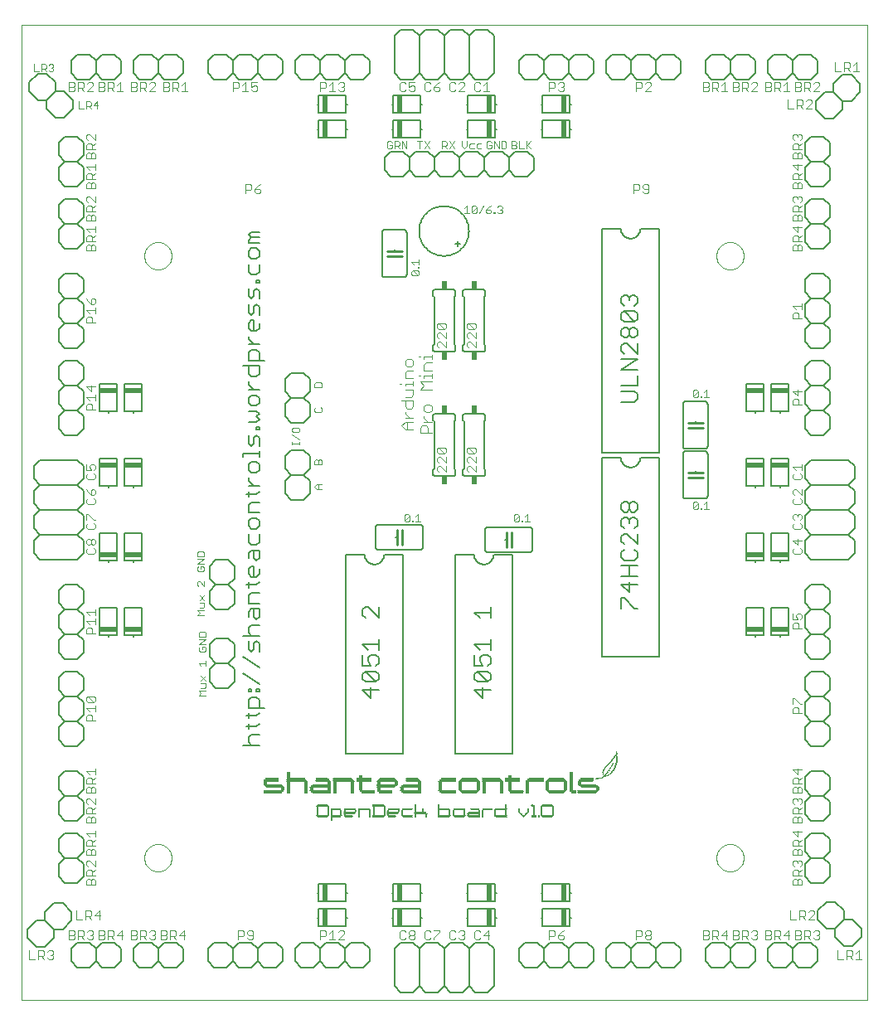
<source format=gto>
G75*
%MOIN*%
%OFA0B0*%
%FSLAX24Y24*%
%IPPOS*%
%LPD*%
%AMOC8*
5,1,8,0,0,1.08239X$1,22.5*
%
%ADD10C,0.0000*%
%ADD11C,0.0030*%
%ADD12C,0.0060*%
%ADD13C,0.0040*%
%ADD14R,0.0720X0.0030*%
%ADD15R,0.0150X0.0030*%
%ADD16R,0.0750X0.0030*%
%ADD17R,0.0510X0.0030*%
%ADD18R,0.0630X0.0030*%
%ADD19R,0.0180X0.0030*%
%ADD20R,0.0780X0.0030*%
%ADD21R,0.0540X0.0030*%
%ADD22R,0.0660X0.0030*%
%ADD23R,0.0690X0.0030*%
%ADD24R,0.0210X0.0030*%
%ADD25R,0.0810X0.0030*%
%ADD26R,0.0570X0.0030*%
%ADD27R,0.0240X0.0030*%
%ADD28R,0.0840X0.0030*%
%ADD29R,0.0600X0.0030*%
%ADD30R,0.0270X0.0030*%
%ADD31R,0.0120X0.0030*%
%ADD32R,0.0870X0.0030*%
%ADD33R,0.0480X0.0030*%
%ADD34R,0.0090X0.0030*%
%ADD35R,0.0030X0.0030*%
%ADD36R,0.0060X0.0030*%
%ADD37R,0.0080X0.0020*%
%ADD38R,0.0400X0.0020*%
%ADD39R,0.0380X0.0020*%
%ADD40R,0.0300X0.0020*%
%ADD41R,0.0460X0.0020*%
%ADD42R,0.0440X0.0020*%
%ADD43R,0.0320X0.0020*%
%ADD44R,0.0480X0.0020*%
%ADD45R,0.0420X0.0020*%
%ADD46R,0.0340X0.0020*%
%ADD47R,0.0500X0.0020*%
%ADD48R,0.0520X0.0020*%
%ADD49R,0.0360X0.0020*%
%ADD50R,0.0060X0.0020*%
%ADD51R,0.0020X0.0020*%
%ADD52R,0.0220X0.0020*%
%ADD53R,0.0100X0.0020*%
%ADD54R,0.0140X0.0020*%
%ADD55R,0.0120X0.0020*%
%ADD56C,0.0100*%
%ADD57R,0.0240X0.0340*%
%ADD58R,0.0700X0.0200*%
%ADD59R,0.0200X0.0700*%
D10*
X000280Y000280D02*
X000280Y039480D01*
X034280Y039480D01*
X034280Y000280D01*
X000280Y000280D01*
X005229Y005980D02*
X005231Y006027D01*
X005237Y006073D01*
X005247Y006119D01*
X005260Y006164D01*
X005278Y006207D01*
X005299Y006249D01*
X005323Y006289D01*
X005351Y006326D01*
X005382Y006361D01*
X005416Y006394D01*
X005452Y006423D01*
X005491Y006449D01*
X005532Y006472D01*
X005575Y006491D01*
X005619Y006507D01*
X005664Y006519D01*
X005710Y006527D01*
X005757Y006531D01*
X005803Y006531D01*
X005850Y006527D01*
X005896Y006519D01*
X005941Y006507D01*
X005985Y006491D01*
X006028Y006472D01*
X006069Y006449D01*
X006108Y006423D01*
X006144Y006394D01*
X006178Y006361D01*
X006209Y006326D01*
X006237Y006289D01*
X006261Y006249D01*
X006282Y006207D01*
X006300Y006164D01*
X006313Y006119D01*
X006323Y006073D01*
X006329Y006027D01*
X006331Y005980D01*
X006329Y005933D01*
X006323Y005887D01*
X006313Y005841D01*
X006300Y005796D01*
X006282Y005753D01*
X006261Y005711D01*
X006237Y005671D01*
X006209Y005634D01*
X006178Y005599D01*
X006144Y005566D01*
X006108Y005537D01*
X006069Y005511D01*
X006028Y005488D01*
X005985Y005469D01*
X005941Y005453D01*
X005896Y005441D01*
X005850Y005433D01*
X005803Y005429D01*
X005757Y005429D01*
X005710Y005433D01*
X005664Y005441D01*
X005619Y005453D01*
X005575Y005469D01*
X005532Y005488D01*
X005491Y005511D01*
X005452Y005537D01*
X005416Y005566D01*
X005382Y005599D01*
X005351Y005634D01*
X005323Y005671D01*
X005299Y005711D01*
X005278Y005753D01*
X005260Y005796D01*
X005247Y005841D01*
X005237Y005887D01*
X005231Y005933D01*
X005229Y005980D01*
X005229Y030180D02*
X005231Y030227D01*
X005237Y030273D01*
X005247Y030319D01*
X005260Y030364D01*
X005278Y030407D01*
X005299Y030449D01*
X005323Y030489D01*
X005351Y030526D01*
X005382Y030561D01*
X005416Y030594D01*
X005452Y030623D01*
X005491Y030649D01*
X005532Y030672D01*
X005575Y030691D01*
X005619Y030707D01*
X005664Y030719D01*
X005710Y030727D01*
X005757Y030731D01*
X005803Y030731D01*
X005850Y030727D01*
X005896Y030719D01*
X005941Y030707D01*
X005985Y030691D01*
X006028Y030672D01*
X006069Y030649D01*
X006108Y030623D01*
X006144Y030594D01*
X006178Y030561D01*
X006209Y030526D01*
X006237Y030489D01*
X006261Y030449D01*
X006282Y030407D01*
X006300Y030364D01*
X006313Y030319D01*
X006323Y030273D01*
X006329Y030227D01*
X006331Y030180D01*
X006329Y030133D01*
X006323Y030087D01*
X006313Y030041D01*
X006300Y029996D01*
X006282Y029953D01*
X006261Y029911D01*
X006237Y029871D01*
X006209Y029834D01*
X006178Y029799D01*
X006144Y029766D01*
X006108Y029737D01*
X006069Y029711D01*
X006028Y029688D01*
X005985Y029669D01*
X005941Y029653D01*
X005896Y029641D01*
X005850Y029633D01*
X005803Y029629D01*
X005757Y029629D01*
X005710Y029633D01*
X005664Y029641D01*
X005619Y029653D01*
X005575Y029669D01*
X005532Y029688D01*
X005491Y029711D01*
X005452Y029737D01*
X005416Y029766D01*
X005382Y029799D01*
X005351Y029834D01*
X005323Y029871D01*
X005299Y029911D01*
X005278Y029953D01*
X005260Y029996D01*
X005247Y030041D01*
X005237Y030087D01*
X005231Y030133D01*
X005229Y030180D01*
X028229Y030180D02*
X028231Y030227D01*
X028237Y030273D01*
X028247Y030319D01*
X028260Y030364D01*
X028278Y030407D01*
X028299Y030449D01*
X028323Y030489D01*
X028351Y030526D01*
X028382Y030561D01*
X028416Y030594D01*
X028452Y030623D01*
X028491Y030649D01*
X028532Y030672D01*
X028575Y030691D01*
X028619Y030707D01*
X028664Y030719D01*
X028710Y030727D01*
X028757Y030731D01*
X028803Y030731D01*
X028850Y030727D01*
X028896Y030719D01*
X028941Y030707D01*
X028985Y030691D01*
X029028Y030672D01*
X029069Y030649D01*
X029108Y030623D01*
X029144Y030594D01*
X029178Y030561D01*
X029209Y030526D01*
X029237Y030489D01*
X029261Y030449D01*
X029282Y030407D01*
X029300Y030364D01*
X029313Y030319D01*
X029323Y030273D01*
X029329Y030227D01*
X029331Y030180D01*
X029329Y030133D01*
X029323Y030087D01*
X029313Y030041D01*
X029300Y029996D01*
X029282Y029953D01*
X029261Y029911D01*
X029237Y029871D01*
X029209Y029834D01*
X029178Y029799D01*
X029144Y029766D01*
X029108Y029737D01*
X029069Y029711D01*
X029028Y029688D01*
X028985Y029669D01*
X028941Y029653D01*
X028896Y029641D01*
X028850Y029633D01*
X028803Y029629D01*
X028757Y029629D01*
X028710Y029633D01*
X028664Y029641D01*
X028619Y029653D01*
X028575Y029669D01*
X028532Y029688D01*
X028491Y029711D01*
X028452Y029737D01*
X028416Y029766D01*
X028382Y029799D01*
X028351Y029834D01*
X028323Y029871D01*
X028299Y029911D01*
X028278Y029953D01*
X028260Y029996D01*
X028247Y030041D01*
X028237Y030087D01*
X028231Y030133D01*
X028229Y030180D01*
X028229Y005980D02*
X028231Y006027D01*
X028237Y006073D01*
X028247Y006119D01*
X028260Y006164D01*
X028278Y006207D01*
X028299Y006249D01*
X028323Y006289D01*
X028351Y006326D01*
X028382Y006361D01*
X028416Y006394D01*
X028452Y006423D01*
X028491Y006449D01*
X028532Y006472D01*
X028575Y006491D01*
X028619Y006507D01*
X028664Y006519D01*
X028710Y006527D01*
X028757Y006531D01*
X028803Y006531D01*
X028850Y006527D01*
X028896Y006519D01*
X028941Y006507D01*
X028985Y006491D01*
X029028Y006472D01*
X029069Y006449D01*
X029108Y006423D01*
X029144Y006394D01*
X029178Y006361D01*
X029209Y006326D01*
X029237Y006289D01*
X029261Y006249D01*
X029282Y006207D01*
X029300Y006164D01*
X029313Y006119D01*
X029323Y006073D01*
X029329Y006027D01*
X029331Y005980D01*
X029329Y005933D01*
X029323Y005887D01*
X029313Y005841D01*
X029300Y005796D01*
X029282Y005753D01*
X029261Y005711D01*
X029237Y005671D01*
X029209Y005634D01*
X029178Y005599D01*
X029144Y005566D01*
X029108Y005537D01*
X029069Y005511D01*
X029028Y005488D01*
X028985Y005469D01*
X028941Y005453D01*
X028896Y005441D01*
X028850Y005433D01*
X028803Y005429D01*
X028757Y005429D01*
X028710Y005433D01*
X028664Y005441D01*
X028619Y005453D01*
X028575Y005469D01*
X028532Y005488D01*
X028491Y005511D01*
X028452Y005537D01*
X028416Y005566D01*
X028382Y005599D01*
X028351Y005634D01*
X028323Y005671D01*
X028299Y005711D01*
X028278Y005753D01*
X028260Y005796D01*
X028247Y005841D01*
X028237Y005887D01*
X028231Y005933D01*
X028229Y005980D01*
D11*
X028248Y003065D02*
X028310Y003004D01*
X028310Y002880D01*
X028248Y002818D01*
X028063Y002818D01*
X027942Y002818D02*
X027942Y002757D01*
X027880Y002695D01*
X027695Y002695D01*
X027695Y003065D01*
X027880Y003065D01*
X027942Y003004D01*
X027942Y002942D01*
X027880Y002880D01*
X027695Y002880D01*
X027880Y002880D02*
X027942Y002818D01*
X028063Y002695D02*
X028063Y003065D01*
X028248Y003065D01*
X028187Y002818D02*
X028310Y002695D01*
X028432Y002880D02*
X028679Y002880D01*
X028617Y002695D02*
X028617Y003065D01*
X028432Y002880D01*
X028895Y002880D02*
X029080Y002880D01*
X029142Y002818D01*
X029142Y002757D01*
X029080Y002695D01*
X028895Y002695D01*
X028895Y003065D01*
X029080Y003065D01*
X029142Y003004D01*
X029142Y002942D01*
X029080Y002880D01*
X029263Y002818D02*
X029448Y002818D01*
X029510Y002880D01*
X029510Y003004D01*
X029448Y003065D01*
X029263Y003065D01*
X029263Y002695D01*
X029387Y002818D02*
X029510Y002695D01*
X029632Y002757D02*
X029693Y002695D01*
X029817Y002695D01*
X029879Y002757D01*
X029879Y002818D01*
X029817Y002880D01*
X029755Y002880D01*
X029817Y002880D02*
X029879Y002942D01*
X029879Y003004D01*
X029817Y003065D01*
X029693Y003065D01*
X029632Y003004D01*
X030195Y003065D02*
X030195Y002695D01*
X030380Y002695D01*
X030442Y002757D01*
X030442Y002818D01*
X030380Y002880D01*
X030195Y002880D01*
X030380Y002880D02*
X030442Y002942D01*
X030442Y003004D01*
X030380Y003065D01*
X030195Y003065D01*
X030563Y003065D02*
X030563Y002695D01*
X030563Y002818D02*
X030748Y002818D01*
X030810Y002880D01*
X030810Y003004D01*
X030748Y003065D01*
X030563Y003065D01*
X030687Y002818D02*
X030810Y002695D01*
X030932Y002880D02*
X031179Y002880D01*
X031117Y002695D02*
X031117Y003065D01*
X030932Y002880D01*
X031395Y002880D02*
X031580Y002880D01*
X031642Y002818D01*
X031642Y002757D01*
X031580Y002695D01*
X031395Y002695D01*
X031395Y003065D01*
X031580Y003065D01*
X031642Y003004D01*
X031642Y002942D01*
X031580Y002880D01*
X031763Y002818D02*
X031948Y002818D01*
X032010Y002880D01*
X032010Y003004D01*
X031948Y003065D01*
X031763Y003065D01*
X031763Y002695D01*
X031887Y002818D02*
X032010Y002695D01*
X032132Y002757D02*
X032193Y002695D01*
X032317Y002695D01*
X032379Y002757D01*
X032379Y002818D01*
X032317Y002880D01*
X032255Y002880D01*
X032317Y002880D02*
X032379Y002942D01*
X032379Y003004D01*
X032317Y003065D01*
X032193Y003065D01*
X032132Y003004D01*
X032179Y003495D02*
X031932Y003495D01*
X032179Y003742D01*
X032179Y003804D01*
X032117Y003865D01*
X031993Y003865D01*
X031932Y003804D01*
X031810Y003804D02*
X031810Y003680D01*
X031748Y003618D01*
X031563Y003618D01*
X031563Y003495D02*
X031563Y003865D01*
X031748Y003865D01*
X031810Y003804D01*
X031687Y003618D02*
X031810Y003495D01*
X031442Y003495D02*
X031195Y003495D01*
X031195Y003865D01*
X031295Y004895D02*
X031295Y005080D01*
X031356Y005142D01*
X031418Y005142D01*
X031480Y005080D01*
X031480Y004895D01*
X031665Y004895D02*
X031665Y005080D01*
X031603Y005142D01*
X031542Y005142D01*
X031480Y005080D01*
X031542Y005263D02*
X031542Y005448D01*
X031480Y005510D01*
X031356Y005510D01*
X031295Y005448D01*
X031295Y005263D01*
X031665Y005263D01*
X031542Y005387D02*
X031665Y005510D01*
X031603Y005632D02*
X031665Y005693D01*
X031665Y005817D01*
X031603Y005879D01*
X031542Y005879D01*
X031480Y005817D01*
X031480Y005755D01*
X031480Y005817D02*
X031418Y005879D01*
X031356Y005879D01*
X031295Y005817D01*
X031295Y005693D01*
X031356Y005632D01*
X031295Y006095D02*
X031295Y006280D01*
X031356Y006342D01*
X031418Y006342D01*
X031480Y006280D01*
X031480Y006095D01*
X031665Y006095D02*
X031665Y006280D01*
X031603Y006342D01*
X031542Y006342D01*
X031480Y006280D01*
X031542Y006463D02*
X031542Y006648D01*
X031480Y006710D01*
X031356Y006710D01*
X031295Y006648D01*
X031295Y006463D01*
X031665Y006463D01*
X031542Y006587D02*
X031665Y006710D01*
X031480Y006832D02*
X031295Y007017D01*
X031665Y007017D01*
X031480Y007079D02*
X031480Y006832D01*
X031480Y007395D02*
X031480Y007580D01*
X031542Y007642D01*
X031603Y007642D01*
X031665Y007580D01*
X031665Y007395D01*
X031295Y007395D01*
X031295Y007580D01*
X031356Y007642D01*
X031418Y007642D01*
X031480Y007580D01*
X031542Y007763D02*
X031542Y007948D01*
X031480Y008010D01*
X031356Y008010D01*
X031295Y007948D01*
X031295Y007763D01*
X031665Y007763D01*
X031542Y007887D02*
X031665Y008010D01*
X031603Y008132D02*
X031665Y008193D01*
X031665Y008317D01*
X031603Y008379D01*
X031542Y008379D01*
X031480Y008317D01*
X031480Y008255D01*
X031480Y008317D02*
X031418Y008379D01*
X031356Y008379D01*
X031295Y008317D01*
X031295Y008193D01*
X031356Y008132D01*
X031295Y008595D02*
X031295Y008780D01*
X031356Y008842D01*
X031418Y008842D01*
X031480Y008780D01*
X031480Y008595D01*
X031665Y008595D02*
X031665Y008780D01*
X031603Y008842D01*
X031542Y008842D01*
X031480Y008780D01*
X031542Y008963D02*
X031542Y009148D01*
X031480Y009210D01*
X031356Y009210D01*
X031295Y009148D01*
X031295Y008963D01*
X031665Y008963D01*
X031542Y009087D02*
X031665Y009210D01*
X031480Y009332D02*
X031480Y009579D01*
X031665Y009517D02*
X031295Y009517D01*
X031480Y009332D01*
X031665Y008595D02*
X031295Y008595D01*
X031295Y006095D02*
X031665Y006095D01*
X031665Y004895D02*
X031295Y004895D01*
X033095Y002265D02*
X033095Y001895D01*
X033342Y001895D01*
X033463Y001895D02*
X033463Y002265D01*
X033648Y002265D01*
X033710Y002204D01*
X033710Y002080D01*
X033648Y002018D01*
X033463Y002018D01*
X033587Y002018D02*
X033710Y001895D01*
X033832Y001895D02*
X034079Y001895D01*
X033955Y001895D02*
X033955Y002265D01*
X033832Y002142D01*
X025610Y002757D02*
X025548Y002695D01*
X025425Y002695D01*
X025363Y002757D01*
X025363Y002818D01*
X025425Y002880D01*
X025548Y002880D01*
X025610Y002818D01*
X025610Y002757D01*
X025548Y002880D02*
X025610Y002942D01*
X025610Y003004D01*
X025548Y003065D01*
X025425Y003065D01*
X025363Y003004D01*
X025363Y002942D01*
X025425Y002880D01*
X025242Y002880D02*
X025180Y002818D01*
X024995Y002818D01*
X024995Y002695D02*
X024995Y003065D01*
X025180Y003065D01*
X025242Y003004D01*
X025242Y002880D01*
X022110Y002818D02*
X022110Y002757D01*
X022048Y002695D01*
X021925Y002695D01*
X021863Y002757D01*
X021863Y002880D01*
X022048Y002880D01*
X022110Y002818D01*
X021987Y003004D02*
X021863Y002880D01*
X021742Y002880D02*
X021680Y002818D01*
X021495Y002818D01*
X021495Y002695D02*
X021495Y003065D01*
X021680Y003065D01*
X021742Y003004D01*
X021742Y002880D01*
X021987Y003004D02*
X022110Y003065D01*
X019110Y002880D02*
X018863Y002880D01*
X019048Y003065D01*
X019048Y002695D01*
X018742Y002757D02*
X018680Y002695D01*
X018557Y002695D01*
X018495Y002757D01*
X018495Y003004D01*
X018557Y003065D01*
X018680Y003065D01*
X018742Y003004D01*
X018110Y003004D02*
X018110Y002942D01*
X018048Y002880D01*
X018110Y002818D01*
X018110Y002757D01*
X018048Y002695D01*
X017925Y002695D01*
X017863Y002757D01*
X017742Y002757D02*
X017680Y002695D01*
X017557Y002695D01*
X017495Y002757D01*
X017495Y003004D01*
X017557Y003065D01*
X017680Y003065D01*
X017742Y003004D01*
X017863Y003004D02*
X017925Y003065D01*
X018048Y003065D01*
X018110Y003004D01*
X018048Y002880D02*
X017987Y002880D01*
X017110Y003004D02*
X016863Y002757D01*
X016863Y002695D01*
X016742Y002757D02*
X016680Y002695D01*
X016557Y002695D01*
X016495Y002757D01*
X016495Y003004D01*
X016557Y003065D01*
X016680Y003065D01*
X016742Y003004D01*
X016863Y003065D02*
X017110Y003065D01*
X017110Y003004D01*
X016110Y003004D02*
X016110Y002942D01*
X016048Y002880D01*
X015925Y002880D01*
X015863Y002942D01*
X015863Y003004D01*
X015925Y003065D01*
X016048Y003065D01*
X016110Y003004D01*
X016048Y002880D02*
X016110Y002818D01*
X016110Y002757D01*
X016048Y002695D01*
X015925Y002695D01*
X015863Y002757D01*
X015863Y002818D01*
X015925Y002880D01*
X015742Y002757D02*
X015680Y002695D01*
X015557Y002695D01*
X015495Y002757D01*
X015495Y003004D01*
X015557Y003065D01*
X015680Y003065D01*
X015742Y003004D01*
X013279Y003004D02*
X013217Y003065D01*
X013093Y003065D01*
X013032Y003004D01*
X013279Y003004D02*
X013279Y002942D01*
X013032Y002695D01*
X013279Y002695D01*
X012910Y002695D02*
X012663Y002695D01*
X012787Y002695D02*
X012787Y003065D01*
X012663Y002942D01*
X012542Y003004D02*
X012542Y002880D01*
X012480Y002818D01*
X012295Y002818D01*
X012295Y002695D02*
X012295Y003065D01*
X012480Y003065D01*
X012542Y003004D01*
X009610Y003004D02*
X009610Y002757D01*
X009548Y002695D01*
X009425Y002695D01*
X009363Y002757D01*
X009425Y002880D02*
X009610Y002880D01*
X009610Y003004D02*
X009548Y003065D01*
X009425Y003065D01*
X009363Y003004D01*
X009363Y002942D01*
X009425Y002880D01*
X009242Y002880D02*
X009180Y002818D01*
X008995Y002818D01*
X008995Y002695D02*
X008995Y003065D01*
X009180Y003065D01*
X009242Y003004D01*
X009242Y002880D01*
X006879Y002880D02*
X006632Y002880D01*
X006817Y003065D01*
X006817Y002695D01*
X006510Y002695D02*
X006387Y002818D01*
X006448Y002818D02*
X006263Y002818D01*
X006142Y002818D02*
X006142Y002757D01*
X006080Y002695D01*
X005895Y002695D01*
X005895Y003065D01*
X006080Y003065D01*
X006142Y003004D01*
X006142Y002942D01*
X006080Y002880D01*
X005895Y002880D01*
X006080Y002880D02*
X006142Y002818D01*
X006263Y002695D02*
X006263Y003065D01*
X006448Y003065D01*
X006510Y003004D01*
X006510Y002880D01*
X006448Y002818D01*
X005679Y002818D02*
X005679Y002757D01*
X005617Y002695D01*
X005493Y002695D01*
X005432Y002757D01*
X005310Y002695D02*
X005187Y002818D01*
X005248Y002818D02*
X005063Y002818D01*
X004942Y002818D02*
X004942Y002757D01*
X004880Y002695D01*
X004695Y002695D01*
X004695Y003065D01*
X004880Y003065D01*
X004942Y003004D01*
X004942Y002942D01*
X004880Y002880D01*
X004695Y002880D01*
X004880Y002880D02*
X004942Y002818D01*
X005063Y002695D02*
X005063Y003065D01*
X005248Y003065D01*
X005310Y003004D01*
X005310Y002880D01*
X005248Y002818D01*
X005432Y003004D02*
X005493Y003065D01*
X005617Y003065D01*
X005679Y003004D01*
X005679Y002942D01*
X005617Y002880D01*
X005679Y002818D01*
X005617Y002880D02*
X005555Y002880D01*
X004379Y002880D02*
X004132Y002880D01*
X004317Y003065D01*
X004317Y002695D01*
X004010Y002695D02*
X003887Y002818D01*
X003948Y002818D02*
X003763Y002818D01*
X003642Y002818D02*
X003642Y002757D01*
X003580Y002695D01*
X003395Y002695D01*
X003395Y003065D01*
X003580Y003065D01*
X003642Y003004D01*
X003642Y002942D01*
X003580Y002880D01*
X003395Y002880D01*
X003580Y002880D02*
X003642Y002818D01*
X003763Y002695D02*
X003763Y003065D01*
X003948Y003065D01*
X004010Y003004D01*
X004010Y002880D01*
X003948Y002818D01*
X003179Y002818D02*
X003179Y002757D01*
X003117Y002695D01*
X002993Y002695D01*
X002932Y002757D01*
X002810Y002695D02*
X002687Y002818D01*
X002748Y002818D02*
X002563Y002818D01*
X002442Y002818D02*
X002442Y002757D01*
X002380Y002695D01*
X002195Y002695D01*
X002195Y003065D01*
X002380Y003065D01*
X002442Y003004D01*
X002442Y002942D01*
X002380Y002880D01*
X002195Y002880D01*
X002380Y002880D02*
X002442Y002818D01*
X002563Y002695D02*
X002563Y003065D01*
X002748Y003065D01*
X002810Y003004D01*
X002810Y002880D01*
X002748Y002818D01*
X002932Y003004D02*
X002993Y003065D01*
X003117Y003065D01*
X003179Y003004D01*
X003179Y002942D01*
X003117Y002880D01*
X003179Y002818D01*
X003117Y002880D02*
X003055Y002880D01*
X003110Y003495D02*
X002987Y003618D01*
X003048Y003618D02*
X002863Y003618D01*
X002863Y003495D02*
X002863Y003865D01*
X003048Y003865D01*
X003110Y003804D01*
X003110Y003680D01*
X003048Y003618D01*
X003232Y003680D02*
X003479Y003680D01*
X003417Y003495D02*
X003417Y003865D01*
X003232Y003680D01*
X002742Y003495D02*
X002495Y003495D01*
X002495Y003865D01*
X002895Y004895D02*
X002895Y005080D01*
X002956Y005142D01*
X003018Y005142D01*
X003080Y005080D01*
X003080Y004895D01*
X003265Y004895D02*
X002895Y004895D01*
X003080Y005080D02*
X003142Y005142D01*
X003203Y005142D01*
X003265Y005080D01*
X003265Y004895D01*
X003265Y005263D02*
X002895Y005263D01*
X002895Y005448D01*
X002956Y005510D01*
X003080Y005510D01*
X003142Y005448D01*
X003142Y005263D01*
X003142Y005387D02*
X003265Y005510D01*
X003265Y005632D02*
X003018Y005879D01*
X002956Y005879D01*
X002895Y005817D01*
X002895Y005693D01*
X002956Y005632D01*
X003265Y005632D02*
X003265Y005879D01*
X003265Y006095D02*
X002895Y006095D01*
X002895Y006280D01*
X002956Y006342D01*
X003018Y006342D01*
X003080Y006280D01*
X003080Y006095D01*
X003265Y006095D02*
X003265Y006280D01*
X003203Y006342D01*
X003142Y006342D01*
X003080Y006280D01*
X003142Y006463D02*
X003142Y006648D01*
X003080Y006710D01*
X002956Y006710D01*
X002895Y006648D01*
X002895Y006463D01*
X003265Y006463D01*
X003142Y006587D02*
X003265Y006710D01*
X003265Y006832D02*
X003265Y007079D01*
X003265Y006955D02*
X002895Y006955D01*
X003018Y006832D01*
X003080Y007395D02*
X003080Y007580D01*
X003142Y007642D01*
X003203Y007642D01*
X003265Y007580D01*
X003265Y007395D01*
X002895Y007395D01*
X002895Y007580D01*
X002956Y007642D01*
X003018Y007642D01*
X003080Y007580D01*
X003142Y007763D02*
X003142Y007948D01*
X003080Y008010D01*
X002956Y008010D01*
X002895Y007948D01*
X002895Y007763D01*
X003265Y007763D01*
X003142Y007887D02*
X003265Y008010D01*
X003265Y008132D02*
X003018Y008379D01*
X002956Y008379D01*
X002895Y008317D01*
X002895Y008193D01*
X002956Y008132D01*
X003265Y008132D02*
X003265Y008379D01*
X003265Y008595D02*
X003265Y008780D01*
X003203Y008842D01*
X003142Y008842D01*
X003080Y008780D01*
X003080Y008595D01*
X003265Y008595D02*
X002895Y008595D01*
X002895Y008780D01*
X002956Y008842D01*
X003018Y008842D01*
X003080Y008780D01*
X003142Y008963D02*
X003142Y009148D01*
X003080Y009210D01*
X002956Y009210D01*
X002895Y009148D01*
X002895Y008963D01*
X003265Y008963D01*
X003142Y009087D02*
X003265Y009210D01*
X003265Y009332D02*
X003265Y009579D01*
X003265Y009455D02*
X002895Y009455D01*
X003018Y009332D01*
X002895Y011495D02*
X002895Y011680D01*
X002956Y011742D01*
X003080Y011742D01*
X003142Y011680D01*
X003142Y011495D01*
X003265Y011495D02*
X002895Y011495D01*
X003018Y011863D02*
X002895Y011987D01*
X003265Y011987D01*
X003265Y012110D02*
X003265Y011863D01*
X003203Y012232D02*
X002956Y012232D01*
X002895Y012293D01*
X002895Y012417D01*
X002956Y012479D01*
X003203Y012232D01*
X003265Y012293D01*
X003265Y012417D01*
X003203Y012479D01*
X002956Y012479D01*
X002895Y014995D02*
X002895Y015180D01*
X002956Y015242D01*
X003080Y015242D01*
X003142Y015180D01*
X003142Y014995D01*
X003265Y014995D02*
X002895Y014995D01*
X003018Y015363D02*
X002895Y015487D01*
X003265Y015487D01*
X003265Y015610D02*
X003265Y015363D01*
X003265Y015732D02*
X003265Y015979D01*
X003265Y015855D02*
X002895Y015855D01*
X003018Y015732D01*
X002956Y018195D02*
X003203Y018195D01*
X003265Y018257D01*
X003265Y018380D01*
X003203Y018442D01*
X003203Y018563D02*
X003142Y018563D01*
X003080Y018625D01*
X003080Y018748D01*
X003142Y018810D01*
X003203Y018810D01*
X003265Y018748D01*
X003265Y018625D01*
X003203Y018563D01*
X003080Y018625D02*
X003018Y018563D01*
X002956Y018563D01*
X002895Y018625D01*
X002895Y018748D01*
X002956Y018810D01*
X003018Y018810D01*
X003080Y018748D01*
X002956Y018442D02*
X002895Y018380D01*
X002895Y018257D01*
X002956Y018195D01*
X002956Y019195D02*
X003203Y019195D01*
X003265Y019257D01*
X003265Y019380D01*
X003203Y019442D01*
X003203Y019563D02*
X002956Y019810D01*
X002895Y019810D01*
X002895Y019563D01*
X002956Y019442D02*
X002895Y019380D01*
X002895Y019257D01*
X002956Y019195D01*
X003203Y019563D02*
X003265Y019563D01*
X003203Y020195D02*
X002956Y020195D01*
X002895Y020257D01*
X002895Y020380D01*
X002956Y020442D01*
X003080Y020563D02*
X003080Y020748D01*
X003142Y020810D01*
X003203Y020810D01*
X003265Y020748D01*
X003265Y020625D01*
X003203Y020563D01*
X003080Y020563D01*
X002956Y020687D01*
X002895Y020810D01*
X002956Y021195D02*
X003203Y021195D01*
X003265Y021257D01*
X003265Y021380D01*
X003203Y021442D01*
X003203Y021563D02*
X003265Y021625D01*
X003265Y021748D01*
X003203Y021810D01*
X003080Y021810D01*
X003018Y021748D01*
X003018Y021687D01*
X003080Y021563D01*
X002895Y021563D01*
X002895Y021810D01*
X002956Y021442D02*
X002895Y021380D01*
X002895Y021257D01*
X002956Y021195D01*
X003203Y020442D02*
X003265Y020380D01*
X003265Y020257D01*
X003203Y020195D01*
X003142Y023995D02*
X003142Y024180D01*
X003080Y024242D01*
X002956Y024242D01*
X002895Y024180D01*
X002895Y023995D01*
X003265Y023995D01*
X003265Y024363D02*
X003265Y024610D01*
X003265Y024487D02*
X002895Y024487D01*
X003018Y024363D01*
X003080Y024732D02*
X003080Y024979D01*
X003265Y024917D02*
X002895Y024917D01*
X003080Y024732D01*
X003142Y027495D02*
X003142Y027680D01*
X003080Y027742D01*
X002956Y027742D01*
X002895Y027680D01*
X002895Y027495D01*
X003265Y027495D01*
X003265Y027863D02*
X003265Y028110D01*
X003265Y027987D02*
X002895Y027987D01*
X003018Y027863D01*
X003080Y028232D02*
X003080Y028417D01*
X003142Y028479D01*
X003203Y028479D01*
X003265Y028417D01*
X003265Y028293D01*
X003203Y028232D01*
X003080Y028232D01*
X002956Y028355D01*
X002895Y028479D01*
X002895Y030395D02*
X002895Y030580D01*
X002956Y030642D01*
X003018Y030642D01*
X003080Y030580D01*
X003080Y030395D01*
X003265Y030395D02*
X002895Y030395D01*
X003080Y030580D02*
X003142Y030642D01*
X003203Y030642D01*
X003265Y030580D01*
X003265Y030395D01*
X003265Y030763D02*
X002895Y030763D01*
X002895Y030948D01*
X002956Y031010D01*
X003080Y031010D01*
X003142Y030948D01*
X003142Y030763D01*
X003142Y030887D02*
X003265Y031010D01*
X003265Y031132D02*
X003265Y031379D01*
X003265Y031255D02*
X002895Y031255D01*
X003018Y031132D01*
X003080Y031595D02*
X003080Y031780D01*
X003142Y031842D01*
X003203Y031842D01*
X003265Y031780D01*
X003265Y031595D01*
X002895Y031595D01*
X002895Y031780D01*
X002956Y031842D01*
X003018Y031842D01*
X003080Y031780D01*
X003142Y031963D02*
X003142Y032148D01*
X003080Y032210D01*
X002956Y032210D01*
X002895Y032148D01*
X002895Y031963D01*
X003265Y031963D01*
X003142Y032087D02*
X003265Y032210D01*
X003265Y032332D02*
X003018Y032579D01*
X002956Y032579D01*
X002895Y032517D01*
X002895Y032393D01*
X002956Y032332D01*
X003265Y032332D02*
X003265Y032579D01*
X003265Y032895D02*
X002895Y032895D01*
X002895Y033080D01*
X002956Y033142D01*
X003018Y033142D01*
X003080Y033080D01*
X003080Y032895D01*
X003265Y032895D02*
X003265Y033080D01*
X003203Y033142D01*
X003142Y033142D01*
X003080Y033080D01*
X003142Y033263D02*
X003142Y033448D01*
X003080Y033510D01*
X002956Y033510D01*
X002895Y033448D01*
X002895Y033263D01*
X003265Y033263D01*
X003142Y033387D02*
X003265Y033510D01*
X003265Y033632D02*
X003265Y033879D01*
X003265Y033755D02*
X002895Y033755D01*
X003018Y033632D01*
X003080Y034095D02*
X003080Y034280D01*
X003142Y034342D01*
X003203Y034342D01*
X003265Y034280D01*
X003265Y034095D01*
X002895Y034095D01*
X002895Y034280D01*
X002956Y034342D01*
X003018Y034342D01*
X003080Y034280D01*
X003142Y034463D02*
X003142Y034648D01*
X003080Y034710D01*
X002956Y034710D01*
X002895Y034648D01*
X002895Y034463D01*
X003265Y034463D01*
X003142Y034587D02*
X003265Y034710D01*
X003265Y034832D02*
X003018Y035079D01*
X002956Y035079D01*
X002895Y035017D01*
X002895Y034893D01*
X002956Y034832D01*
X003265Y034832D02*
X003265Y035079D01*
X003329Y036095D02*
X003329Y036385D01*
X003184Y036240D01*
X003378Y036240D01*
X003083Y036240D02*
X003035Y036192D01*
X002890Y036192D01*
X002986Y036192D02*
X003083Y036095D01*
X003083Y036240D02*
X003083Y036337D01*
X003035Y036385D01*
X002890Y036385D01*
X002890Y036095D01*
X002788Y036095D02*
X002595Y036095D01*
X002595Y036385D01*
X002563Y036795D02*
X002563Y037165D01*
X002748Y037165D01*
X002810Y037104D01*
X002810Y036980D01*
X002748Y036918D01*
X002563Y036918D01*
X002442Y036918D02*
X002442Y036857D01*
X002380Y036795D01*
X002195Y036795D01*
X002195Y037165D01*
X002380Y037165D01*
X002442Y037104D01*
X002442Y037042D01*
X002380Y036980D01*
X002195Y036980D01*
X002380Y036980D02*
X002442Y036918D01*
X002687Y036918D02*
X002810Y036795D01*
X002932Y036795D02*
X003179Y037042D01*
X003179Y037104D01*
X003117Y037165D01*
X002993Y037165D01*
X002932Y037104D01*
X002932Y036795D02*
X003179Y036795D01*
X003395Y036795D02*
X003580Y036795D01*
X003642Y036857D01*
X003642Y036918D01*
X003580Y036980D01*
X003395Y036980D01*
X003395Y036795D02*
X003395Y037165D01*
X003580Y037165D01*
X003642Y037104D01*
X003642Y037042D01*
X003580Y036980D01*
X003763Y036918D02*
X003948Y036918D01*
X004010Y036980D01*
X004010Y037104D01*
X003948Y037165D01*
X003763Y037165D01*
X003763Y036795D01*
X003887Y036918D02*
X004010Y036795D01*
X004132Y036795D02*
X004379Y036795D01*
X004255Y036795D02*
X004255Y037165D01*
X004132Y037042D01*
X004695Y036980D02*
X004880Y036980D01*
X004942Y036918D01*
X004942Y036857D01*
X004880Y036795D01*
X004695Y036795D01*
X004695Y037165D01*
X004880Y037165D01*
X004942Y037104D01*
X004942Y037042D01*
X004880Y036980D01*
X005063Y036918D02*
X005248Y036918D01*
X005310Y036980D01*
X005310Y037104D01*
X005248Y037165D01*
X005063Y037165D01*
X005063Y036795D01*
X005187Y036918D02*
X005310Y036795D01*
X005432Y036795D02*
X005679Y037042D01*
X005679Y037104D01*
X005617Y037165D01*
X005493Y037165D01*
X005432Y037104D01*
X005432Y036795D02*
X005679Y036795D01*
X005995Y036795D02*
X005995Y037165D01*
X006180Y037165D01*
X006242Y037104D01*
X006242Y037042D01*
X006180Y036980D01*
X005995Y036980D01*
X005995Y036795D02*
X006180Y036795D01*
X006242Y036857D01*
X006242Y036918D01*
X006180Y036980D01*
X006363Y036918D02*
X006548Y036918D01*
X006610Y036980D01*
X006610Y037104D01*
X006548Y037165D01*
X006363Y037165D01*
X006363Y036795D01*
X006487Y036918D02*
X006610Y036795D01*
X006732Y036795D02*
X006979Y036795D01*
X006855Y036795D02*
X006855Y037165D01*
X006732Y037042D01*
X008795Y037165D02*
X008795Y036795D01*
X008795Y036918D02*
X008980Y036918D01*
X009042Y036980D01*
X009042Y037104D01*
X008980Y037165D01*
X008795Y037165D01*
X009163Y037042D02*
X009287Y037165D01*
X009287Y036795D01*
X009410Y036795D02*
X009163Y036795D01*
X009532Y036857D02*
X009593Y036795D01*
X009717Y036795D01*
X009779Y036857D01*
X009779Y036980D01*
X009717Y037042D01*
X009655Y037042D01*
X009532Y036980D01*
X009532Y037165D01*
X009779Y037165D01*
X012295Y037165D02*
X012295Y036795D01*
X012295Y036918D02*
X012480Y036918D01*
X012542Y036980D01*
X012542Y037104D01*
X012480Y037165D01*
X012295Y037165D01*
X012663Y037042D02*
X012787Y037165D01*
X012787Y036795D01*
X012910Y036795D02*
X012663Y036795D01*
X013032Y036857D02*
X013093Y036795D01*
X013217Y036795D01*
X013279Y036857D01*
X013279Y036918D01*
X013217Y036980D01*
X013155Y036980D01*
X013217Y036980D02*
X013279Y037042D01*
X013279Y037104D01*
X013217Y037165D01*
X013093Y037165D01*
X013032Y037104D01*
X015043Y034785D02*
X014995Y034737D01*
X014995Y034543D01*
X015043Y034495D01*
X015140Y034495D01*
X015188Y034543D01*
X015188Y034640D01*
X015092Y034640D01*
X015188Y034737D02*
X015140Y034785D01*
X015043Y034785D01*
X015290Y034785D02*
X015290Y034495D01*
X015290Y034592D02*
X015435Y034592D01*
X015483Y034640D01*
X015483Y034737D01*
X015435Y034785D01*
X015290Y034785D01*
X015386Y034592D02*
X015483Y034495D01*
X015584Y034495D02*
X015584Y034785D01*
X015778Y034495D01*
X015778Y034785D01*
X016195Y034785D02*
X016388Y034785D01*
X016292Y034785D02*
X016292Y034495D01*
X016490Y034495D02*
X016683Y034785D01*
X016490Y034785D02*
X016683Y034495D01*
X017195Y034495D02*
X017195Y034785D01*
X017340Y034785D01*
X017388Y034737D01*
X017388Y034640D01*
X017340Y034592D01*
X017195Y034592D01*
X017292Y034592D02*
X017388Y034495D01*
X017490Y034495D02*
X017683Y034785D01*
X017490Y034785D02*
X017683Y034495D01*
X017995Y034592D02*
X018092Y034495D01*
X018188Y034592D01*
X018188Y034785D01*
X018290Y034640D02*
X018290Y034543D01*
X018338Y034495D01*
X018483Y034495D01*
X018584Y034543D02*
X018633Y034495D01*
X018778Y034495D01*
X018778Y034688D02*
X018633Y034688D01*
X018584Y034640D01*
X018584Y034543D01*
X018483Y034688D02*
X018338Y034688D01*
X018290Y034640D01*
X017995Y034592D02*
X017995Y034785D01*
X018995Y034737D02*
X018995Y034543D01*
X019043Y034495D01*
X019140Y034495D01*
X019188Y034543D01*
X019188Y034640D01*
X019092Y034640D01*
X019188Y034737D02*
X019140Y034785D01*
X019043Y034785D01*
X018995Y034737D01*
X019290Y034785D02*
X019290Y034495D01*
X019483Y034495D02*
X019290Y034785D01*
X019483Y034785D02*
X019483Y034495D01*
X019584Y034495D02*
X019729Y034495D01*
X019778Y034543D01*
X019778Y034737D01*
X019729Y034785D01*
X019584Y034785D01*
X019584Y034495D01*
X019995Y034495D02*
X019995Y034785D01*
X020140Y034785D01*
X020188Y034737D01*
X020188Y034688D01*
X020140Y034640D01*
X019995Y034640D01*
X019995Y034495D02*
X020140Y034495D01*
X020188Y034543D01*
X020188Y034592D01*
X020140Y034640D01*
X020290Y034785D02*
X020290Y034495D01*
X020483Y034495D01*
X020584Y034495D02*
X020584Y034785D01*
X020633Y034640D02*
X020778Y034495D01*
X020584Y034592D02*
X020778Y034785D01*
X021495Y036795D02*
X021495Y037165D01*
X021680Y037165D01*
X021742Y037104D01*
X021742Y036980D01*
X021680Y036918D01*
X021495Y036918D01*
X021863Y036857D02*
X021925Y036795D01*
X022048Y036795D01*
X022110Y036857D01*
X022110Y036918D01*
X022048Y036980D01*
X021987Y036980D01*
X022048Y036980D02*
X022110Y037042D01*
X022110Y037104D01*
X022048Y037165D01*
X021925Y037165D01*
X021863Y037104D01*
X019110Y036795D02*
X018863Y036795D01*
X018987Y036795D02*
X018987Y037165D01*
X018863Y037042D01*
X018742Y037104D02*
X018680Y037165D01*
X018557Y037165D01*
X018495Y037104D01*
X018495Y036857D01*
X018557Y036795D01*
X018680Y036795D01*
X018742Y036857D01*
X018110Y036795D02*
X017863Y036795D01*
X018110Y037042D01*
X018110Y037104D01*
X018048Y037165D01*
X017925Y037165D01*
X017863Y037104D01*
X017742Y037104D02*
X017680Y037165D01*
X017557Y037165D01*
X017495Y037104D01*
X017495Y036857D01*
X017557Y036795D01*
X017680Y036795D01*
X017742Y036857D01*
X017110Y036857D02*
X017110Y036918D01*
X017048Y036980D01*
X016863Y036980D01*
X016863Y036857D01*
X016925Y036795D01*
X017048Y036795D01*
X017110Y036857D01*
X016987Y037104D02*
X016863Y036980D01*
X016742Y036857D02*
X016680Y036795D01*
X016557Y036795D01*
X016495Y036857D01*
X016495Y037104D01*
X016557Y037165D01*
X016680Y037165D01*
X016742Y037104D01*
X016987Y037104D02*
X017110Y037165D01*
X016110Y037165D02*
X015863Y037165D01*
X015863Y036980D01*
X015987Y037042D01*
X016048Y037042D01*
X016110Y036980D01*
X016110Y036857D01*
X016048Y036795D01*
X015925Y036795D01*
X015863Y036857D01*
X015742Y036857D02*
X015680Y036795D01*
X015557Y036795D01*
X015495Y036857D01*
X015495Y037104D01*
X015557Y037165D01*
X015680Y037165D01*
X015742Y037104D01*
X018192Y032185D02*
X018192Y031895D01*
X018288Y031895D02*
X018095Y031895D01*
X018095Y032088D02*
X018192Y032185D01*
X018390Y032137D02*
X018438Y032185D01*
X018535Y032185D01*
X018583Y032137D01*
X018390Y031943D01*
X018438Y031895D01*
X018535Y031895D01*
X018583Y031943D01*
X018583Y032137D01*
X018390Y032137D02*
X018390Y031943D01*
X018684Y031895D02*
X018878Y032185D01*
X018979Y032040D02*
X019124Y032040D01*
X019172Y031992D01*
X019172Y031943D01*
X019124Y031895D01*
X019027Y031895D01*
X018979Y031943D01*
X018979Y032040D01*
X019076Y032137D01*
X019172Y032185D01*
X019421Y032137D02*
X019469Y032185D01*
X019566Y032185D01*
X019614Y032137D01*
X019614Y032088D01*
X019566Y032040D01*
X019614Y031992D01*
X019614Y031943D01*
X019566Y031895D01*
X019469Y031895D01*
X019421Y031943D01*
X019322Y031943D02*
X019322Y031895D01*
X019274Y031895D01*
X019274Y031943D01*
X019322Y031943D01*
X019518Y032040D02*
X019566Y032040D01*
X016265Y030030D02*
X016265Y029837D01*
X016265Y029934D02*
X015975Y029934D01*
X016072Y029837D01*
X016217Y029738D02*
X016265Y029738D01*
X016265Y029690D01*
X016217Y029690D01*
X016217Y029738D01*
X016217Y029588D02*
X016265Y029540D01*
X016265Y029443D01*
X016217Y029395D01*
X016023Y029588D01*
X016217Y029588D01*
X016217Y029395D02*
X016023Y029395D01*
X015975Y029443D01*
X015975Y029540D01*
X016023Y029588D01*
X017056Y027479D02*
X017303Y027232D01*
X017365Y027293D01*
X017365Y027417D01*
X017303Y027479D01*
X017056Y027479D01*
X016995Y027417D01*
X016995Y027293D01*
X017056Y027232D01*
X017303Y027232D01*
X017365Y027110D02*
X017365Y026863D01*
X017118Y027110D01*
X017056Y027110D01*
X016995Y027048D01*
X016995Y026925D01*
X017056Y026863D01*
X017056Y026742D02*
X016995Y026680D01*
X016995Y026557D01*
X017056Y026495D01*
X017056Y026742D02*
X017118Y026742D01*
X017365Y026495D01*
X017365Y026742D01*
X018195Y026680D02*
X018195Y026557D01*
X018256Y026495D01*
X018195Y026680D02*
X018256Y026742D01*
X018318Y026742D01*
X018565Y026495D01*
X018565Y026742D01*
X018565Y026863D02*
X018318Y027110D01*
X018256Y027110D01*
X018195Y027048D01*
X018195Y026925D01*
X018256Y026863D01*
X018565Y026863D02*
X018565Y027110D01*
X018503Y027232D02*
X018256Y027479D01*
X018503Y027479D01*
X018565Y027417D01*
X018565Y027293D01*
X018503Y027232D01*
X018256Y027232D01*
X018195Y027293D01*
X018195Y027417D01*
X018256Y027479D01*
X018256Y022479D02*
X018503Y022232D01*
X018565Y022293D01*
X018565Y022417D01*
X018503Y022479D01*
X018256Y022479D01*
X018195Y022417D01*
X018195Y022293D01*
X018256Y022232D01*
X018503Y022232D01*
X018565Y022110D02*
X018565Y021863D01*
X018318Y022110D01*
X018256Y022110D01*
X018195Y022048D01*
X018195Y021925D01*
X018256Y021863D01*
X018256Y021742D02*
X018195Y021680D01*
X018195Y021557D01*
X018256Y021495D01*
X018256Y021742D02*
X018318Y021742D01*
X018565Y021495D01*
X018565Y021742D01*
X017365Y021742D02*
X017365Y021495D01*
X017118Y021742D01*
X017056Y021742D01*
X016995Y021680D01*
X016995Y021557D01*
X017056Y021495D01*
X017056Y021863D02*
X016995Y021925D01*
X016995Y022048D01*
X017056Y022110D01*
X017118Y022110D01*
X017365Y021863D01*
X017365Y022110D01*
X017303Y022232D02*
X017056Y022479D01*
X017303Y022479D01*
X017365Y022417D01*
X017365Y022293D01*
X017303Y022232D01*
X017056Y022232D01*
X016995Y022293D01*
X016995Y022417D01*
X017056Y022479D01*
X016234Y019785D02*
X016234Y019495D01*
X016330Y019495D02*
X016137Y019495D01*
X016038Y019495D02*
X015990Y019495D01*
X015990Y019543D01*
X016038Y019543D01*
X016038Y019495D01*
X015888Y019543D02*
X015840Y019495D01*
X015743Y019495D01*
X015695Y019543D01*
X015888Y019737D01*
X015888Y019543D01*
X015695Y019543D02*
X015695Y019737D01*
X015743Y019785D01*
X015840Y019785D01*
X015888Y019737D01*
X016137Y019688D02*
X016234Y019785D01*
X012365Y020795D02*
X012172Y020795D01*
X012075Y020892D01*
X012172Y020988D01*
X012365Y020988D01*
X012220Y020988D02*
X012220Y020795D01*
X012220Y021795D02*
X012220Y021940D01*
X012268Y021988D01*
X012317Y021988D01*
X012365Y021940D01*
X012365Y021795D01*
X012075Y021795D01*
X012075Y021940D01*
X012123Y021988D01*
X012172Y021988D01*
X012220Y021940D01*
X011465Y022595D02*
X011465Y022692D01*
X011465Y022643D02*
X011175Y022643D01*
X011175Y022595D02*
X011175Y022692D01*
X011175Y022985D02*
X011465Y022791D01*
X011417Y023086D02*
X011223Y023086D01*
X011175Y023134D01*
X011175Y023231D01*
X011223Y023280D01*
X011417Y023280D01*
X011465Y023231D01*
X011465Y023134D01*
X011417Y023086D01*
X012123Y023895D02*
X012075Y023943D01*
X012075Y024040D01*
X012123Y024088D01*
X012123Y023895D02*
X012317Y023895D01*
X012365Y023943D01*
X012365Y024040D01*
X012317Y024088D01*
X012365Y024895D02*
X012075Y024895D01*
X012075Y025040D01*
X012123Y025088D01*
X012317Y025088D01*
X012365Y025040D01*
X012365Y024895D01*
X007597Y018286D02*
X007403Y018286D01*
X007355Y018237D01*
X007355Y018092D01*
X007645Y018092D01*
X007645Y018237D01*
X007597Y018286D01*
X007645Y017991D02*
X007355Y017991D01*
X007355Y017798D02*
X007645Y017991D01*
X007645Y017798D02*
X007355Y017798D01*
X007403Y017696D02*
X007355Y017648D01*
X007355Y017551D01*
X007403Y017503D01*
X007597Y017503D01*
X007645Y017551D01*
X007645Y017648D01*
X007597Y017696D01*
X007500Y017696D01*
X007500Y017600D01*
X007452Y017107D02*
X007403Y017107D01*
X007355Y017059D01*
X007355Y016962D01*
X007403Y016914D01*
X007452Y017107D02*
X007645Y016914D01*
X007645Y017107D01*
X007645Y016518D02*
X007452Y016324D01*
X007452Y016223D02*
X007645Y016223D01*
X007645Y016078D01*
X007597Y016030D01*
X007452Y016030D01*
X007355Y015928D02*
X007645Y015928D01*
X007645Y015735D02*
X007355Y015735D01*
X007452Y015832D01*
X007355Y015928D01*
X007645Y016324D02*
X007452Y016518D01*
X007463Y015066D02*
X007415Y015017D01*
X007415Y014872D01*
X007705Y014872D01*
X007705Y015017D01*
X007657Y015066D01*
X007463Y015066D01*
X007415Y014771D02*
X007705Y014771D01*
X007415Y014578D01*
X007705Y014578D01*
X007657Y014476D02*
X007560Y014476D01*
X007560Y014380D01*
X007657Y014476D02*
X007705Y014428D01*
X007705Y014331D01*
X007657Y014283D01*
X007463Y014283D01*
X007415Y014331D01*
X007415Y014428D01*
X007463Y014476D01*
X007705Y013887D02*
X007705Y013694D01*
X007705Y013790D02*
X007415Y013790D01*
X007512Y013694D01*
X007512Y013298D02*
X007705Y013104D01*
X007705Y013003D02*
X007512Y013003D01*
X007512Y013104D02*
X007705Y013298D01*
X007705Y013003D02*
X007705Y012858D01*
X007657Y012810D01*
X007512Y012810D01*
X007415Y012708D02*
X007705Y012708D01*
X007705Y012515D02*
X007415Y012515D01*
X007512Y012612D01*
X007415Y012708D01*
X001517Y002265D02*
X001579Y002204D01*
X001579Y002142D01*
X001517Y002080D01*
X001579Y002018D01*
X001579Y001957D01*
X001517Y001895D01*
X001393Y001895D01*
X001332Y001957D01*
X001210Y001895D02*
X001087Y002018D01*
X001148Y002018D02*
X000963Y002018D01*
X000963Y001895D02*
X000963Y002265D01*
X001148Y002265D01*
X001210Y002204D01*
X001210Y002080D01*
X001148Y002018D01*
X001332Y002204D02*
X001393Y002265D01*
X001517Y002265D01*
X001517Y002080D02*
X001455Y002080D01*
X000842Y001895D02*
X000595Y001895D01*
X000595Y002265D01*
X020095Y019543D02*
X020288Y019737D01*
X020288Y019543D01*
X020240Y019495D01*
X020143Y019495D01*
X020095Y019543D01*
X020095Y019737D01*
X020143Y019785D01*
X020240Y019785D01*
X020288Y019737D01*
X020390Y019543D02*
X020438Y019543D01*
X020438Y019495D01*
X020390Y019495D01*
X020390Y019543D01*
X020537Y019495D02*
X020730Y019495D01*
X020634Y019495D02*
X020634Y019785D01*
X020537Y019688D01*
X027295Y020043D02*
X027488Y020237D01*
X027488Y020043D01*
X027440Y019995D01*
X027343Y019995D01*
X027295Y020043D01*
X027295Y020237D01*
X027343Y020285D01*
X027440Y020285D01*
X027488Y020237D01*
X027590Y020043D02*
X027638Y020043D01*
X027638Y019995D01*
X027590Y019995D01*
X027590Y020043D01*
X027737Y019995D02*
X027930Y019995D01*
X027834Y019995D02*
X027834Y020285D01*
X027737Y020188D01*
X031295Y020257D02*
X031356Y020195D01*
X031603Y020195D01*
X031665Y020257D01*
X031665Y020380D01*
X031603Y020442D01*
X031665Y020563D02*
X031418Y020810D01*
X031356Y020810D01*
X031295Y020748D01*
X031295Y020625D01*
X031356Y020563D01*
X031356Y020442D02*
X031295Y020380D01*
X031295Y020257D01*
X031356Y019810D02*
X031418Y019810D01*
X031480Y019748D01*
X031542Y019810D01*
X031603Y019810D01*
X031665Y019748D01*
X031665Y019625D01*
X031603Y019563D01*
X031603Y019442D02*
X031665Y019380D01*
X031665Y019257D01*
X031603Y019195D01*
X031356Y019195D01*
X031295Y019257D01*
X031295Y019380D01*
X031356Y019442D01*
X031356Y019563D02*
X031295Y019625D01*
X031295Y019748D01*
X031356Y019810D01*
X031480Y019748D02*
X031480Y019687D01*
X031480Y018810D02*
X031480Y018563D01*
X031295Y018748D01*
X031665Y018748D01*
X031603Y018442D02*
X031665Y018380D01*
X031665Y018257D01*
X031603Y018195D01*
X031356Y018195D01*
X031295Y018257D01*
X031295Y018380D01*
X031356Y018442D01*
X031665Y020563D02*
X031665Y020810D01*
X031603Y021195D02*
X031356Y021195D01*
X031295Y021257D01*
X031295Y021380D01*
X031356Y021442D01*
X031418Y021563D02*
X031295Y021687D01*
X031665Y021687D01*
X031665Y021810D02*
X031665Y021563D01*
X031603Y021442D02*
X031665Y021380D01*
X031665Y021257D01*
X031603Y021195D01*
X031542Y024195D02*
X031542Y024380D01*
X031480Y024442D01*
X031356Y024442D01*
X031295Y024380D01*
X031295Y024195D01*
X031665Y024195D01*
X031480Y024563D02*
X031480Y024810D01*
X031665Y024748D02*
X031295Y024748D01*
X031480Y024563D01*
X031542Y027658D02*
X031542Y027844D01*
X031480Y027905D01*
X031356Y027905D01*
X031295Y027844D01*
X031295Y027658D01*
X031665Y027658D01*
X031665Y028027D02*
X031665Y028274D01*
X031665Y028150D02*
X031295Y028150D01*
X031418Y028027D01*
X031480Y030395D02*
X031480Y030580D01*
X031542Y030642D01*
X031603Y030642D01*
X031665Y030580D01*
X031665Y030395D01*
X031295Y030395D01*
X031295Y030580D01*
X031356Y030642D01*
X031418Y030642D01*
X031480Y030580D01*
X031542Y030763D02*
X031542Y030948D01*
X031480Y031010D01*
X031356Y031010D01*
X031295Y030948D01*
X031295Y030763D01*
X031665Y030763D01*
X031542Y030887D02*
X031665Y031010D01*
X031480Y031132D02*
X031295Y031317D01*
X031665Y031317D01*
X031480Y031379D02*
X031480Y031132D01*
X031480Y031595D02*
X031480Y031780D01*
X031542Y031842D01*
X031603Y031842D01*
X031665Y031780D01*
X031665Y031595D01*
X031295Y031595D01*
X031295Y031780D01*
X031356Y031842D01*
X031418Y031842D01*
X031480Y031780D01*
X031542Y031963D02*
X031542Y032148D01*
X031480Y032210D01*
X031356Y032210D01*
X031295Y032148D01*
X031295Y031963D01*
X031665Y031963D01*
X031542Y032087D02*
X031665Y032210D01*
X031603Y032332D02*
X031665Y032393D01*
X031665Y032517D01*
X031603Y032579D01*
X031542Y032579D01*
X031480Y032517D01*
X031480Y032455D01*
X031480Y032517D02*
X031418Y032579D01*
X031356Y032579D01*
X031295Y032517D01*
X031295Y032393D01*
X031356Y032332D01*
X031295Y032895D02*
X031295Y033080D01*
X031356Y033142D01*
X031418Y033142D01*
X031480Y033080D01*
X031480Y032895D01*
X031665Y032895D02*
X031665Y033080D01*
X031603Y033142D01*
X031542Y033142D01*
X031480Y033080D01*
X031542Y033263D02*
X031542Y033448D01*
X031480Y033510D01*
X031356Y033510D01*
X031295Y033448D01*
X031295Y033263D01*
X031665Y033263D01*
X031542Y033387D02*
X031665Y033510D01*
X031480Y033632D02*
X031480Y033879D01*
X031665Y033817D02*
X031295Y033817D01*
X031480Y033632D01*
X031480Y034095D02*
X031480Y034280D01*
X031542Y034342D01*
X031603Y034342D01*
X031665Y034280D01*
X031665Y034095D01*
X031295Y034095D01*
X031295Y034280D01*
X031356Y034342D01*
X031418Y034342D01*
X031480Y034280D01*
X031542Y034463D02*
X031542Y034648D01*
X031480Y034710D01*
X031356Y034710D01*
X031295Y034648D01*
X031295Y034463D01*
X031665Y034463D01*
X031542Y034587D02*
X031665Y034710D01*
X031603Y034832D02*
X031665Y034893D01*
X031665Y035017D01*
X031603Y035079D01*
X031542Y035079D01*
X031480Y035017D01*
X031480Y034955D01*
X031480Y035017D02*
X031418Y035079D01*
X031356Y035079D01*
X031295Y035017D01*
X031295Y034893D01*
X031356Y034832D01*
X031342Y036095D02*
X031095Y036095D01*
X031095Y036465D01*
X031055Y036795D02*
X031055Y037165D01*
X030932Y037042D01*
X030810Y037104D02*
X030810Y036980D01*
X030748Y036918D01*
X030563Y036918D01*
X030442Y036918D02*
X030442Y036857D01*
X030380Y036795D01*
X030195Y036795D01*
X030195Y037165D01*
X030380Y037165D01*
X030442Y037104D01*
X030442Y037042D01*
X030380Y036980D01*
X030195Y036980D01*
X030380Y036980D02*
X030442Y036918D01*
X030563Y036795D02*
X030563Y037165D01*
X030748Y037165D01*
X030810Y037104D01*
X030687Y036918D02*
X030810Y036795D01*
X030932Y036795D02*
X031179Y036795D01*
X031395Y036795D02*
X031580Y036795D01*
X031642Y036857D01*
X031642Y036918D01*
X031580Y036980D01*
X031395Y036980D01*
X031395Y036795D02*
X031395Y037165D01*
X031580Y037165D01*
X031642Y037104D01*
X031642Y037042D01*
X031580Y036980D01*
X031763Y036918D02*
X031948Y036918D01*
X032010Y036980D01*
X032010Y037104D01*
X031948Y037165D01*
X031763Y037165D01*
X031763Y036795D01*
X031887Y036918D02*
X032010Y036795D01*
X032132Y036795D02*
X032379Y037042D01*
X032379Y037104D01*
X032317Y037165D01*
X032193Y037165D01*
X032132Y037104D01*
X032132Y036795D02*
X032379Y036795D01*
X032017Y036465D02*
X031893Y036465D01*
X031832Y036404D01*
X031710Y036404D02*
X031710Y036280D01*
X031648Y036218D01*
X031463Y036218D01*
X031463Y036095D02*
X031463Y036465D01*
X031648Y036465D01*
X031710Y036404D01*
X031587Y036218D02*
X031710Y036095D01*
X031832Y036095D02*
X032079Y036342D01*
X032079Y036404D01*
X032017Y036465D01*
X032079Y036095D02*
X031832Y036095D01*
X032995Y037595D02*
X033242Y037595D01*
X033363Y037595D02*
X033363Y037965D01*
X033548Y037965D01*
X033610Y037904D01*
X033610Y037780D01*
X033548Y037718D01*
X033363Y037718D01*
X033487Y037718D02*
X033610Y037595D01*
X033732Y037595D02*
X033979Y037595D01*
X033855Y037595D02*
X033855Y037965D01*
X033732Y037842D01*
X032995Y037965D02*
X032995Y037595D01*
X029879Y037104D02*
X029817Y037165D01*
X029693Y037165D01*
X029632Y037104D01*
X029510Y037104D02*
X029510Y036980D01*
X029448Y036918D01*
X029263Y036918D01*
X029142Y036918D02*
X029142Y036857D01*
X029080Y036795D01*
X028895Y036795D01*
X028895Y037165D01*
X029080Y037165D01*
X029142Y037104D01*
X029142Y037042D01*
X029080Y036980D01*
X028895Y036980D01*
X029080Y036980D02*
X029142Y036918D01*
X029263Y036795D02*
X029263Y037165D01*
X029448Y037165D01*
X029510Y037104D01*
X029387Y036918D02*
X029510Y036795D01*
X029632Y036795D02*
X029879Y037042D01*
X029879Y037104D01*
X029879Y036795D02*
X029632Y036795D01*
X028679Y036795D02*
X028432Y036795D01*
X028310Y036795D02*
X028187Y036918D01*
X028248Y036918D02*
X028063Y036918D01*
X027942Y036918D02*
X027880Y036980D01*
X027695Y036980D01*
X027695Y036795D02*
X027695Y037165D01*
X027880Y037165D01*
X027942Y037104D01*
X027942Y037042D01*
X027880Y036980D01*
X027942Y036918D02*
X027942Y036857D01*
X027880Y036795D01*
X027695Y036795D01*
X028063Y036795D02*
X028063Y037165D01*
X028248Y037165D01*
X028310Y037104D01*
X028310Y036980D01*
X028248Y036918D01*
X028432Y037042D02*
X028555Y037165D01*
X028555Y036795D01*
X025610Y036795D02*
X025363Y036795D01*
X025610Y037042D01*
X025610Y037104D01*
X025548Y037165D01*
X025425Y037165D01*
X025363Y037104D01*
X025242Y037104D02*
X025242Y036980D01*
X025180Y036918D01*
X024995Y036918D01*
X024995Y036795D02*
X024995Y037165D01*
X025180Y037165D01*
X025242Y037104D01*
X025325Y033065D02*
X025263Y033004D01*
X025263Y032942D01*
X025325Y032880D01*
X025510Y032880D01*
X025510Y032757D02*
X025510Y033004D01*
X025448Y033065D01*
X025325Y033065D01*
X025142Y033004D02*
X025142Y032880D01*
X025080Y032818D01*
X024895Y032818D01*
X024895Y032695D02*
X024895Y033065D01*
X025080Y033065D01*
X025142Y033004D01*
X025263Y032757D02*
X025325Y032695D01*
X025448Y032695D01*
X025510Y032757D01*
X031295Y032895D02*
X031665Y032895D01*
X027834Y024785D02*
X027834Y024495D01*
X027930Y024495D02*
X027737Y024495D01*
X027638Y024495D02*
X027590Y024495D01*
X027590Y024543D01*
X027638Y024543D01*
X027638Y024495D01*
X027488Y024543D02*
X027440Y024495D01*
X027343Y024495D01*
X027295Y024543D01*
X027488Y024737D01*
X027488Y024543D01*
X027295Y024543D02*
X027295Y024737D01*
X027343Y024785D01*
X027440Y024785D01*
X027488Y024737D01*
X027737Y024688D02*
X027834Y024785D01*
X031295Y015810D02*
X031295Y015563D01*
X031480Y015563D01*
X031418Y015687D01*
X031418Y015748D01*
X031480Y015810D01*
X031603Y015810D01*
X031665Y015748D01*
X031665Y015625D01*
X031603Y015563D01*
X031480Y015442D02*
X031356Y015442D01*
X031295Y015380D01*
X031295Y015195D01*
X031665Y015195D01*
X031542Y015195D02*
X031542Y015380D01*
X031480Y015442D01*
X031356Y012410D02*
X031603Y012163D01*
X031665Y012163D01*
X031542Y011980D02*
X031542Y011795D01*
X031665Y011795D02*
X031295Y011795D01*
X031295Y011980D01*
X031356Y012042D01*
X031480Y012042D01*
X031542Y011980D01*
X031295Y012163D02*
X031295Y012410D01*
X031356Y012410D01*
X009910Y032757D02*
X009910Y032818D01*
X009848Y032880D01*
X009663Y032880D01*
X009663Y032757D01*
X009725Y032695D01*
X009848Y032695D01*
X009910Y032757D01*
X009787Y033004D02*
X009663Y032880D01*
X009542Y032880D02*
X009480Y032818D01*
X009295Y032818D01*
X009295Y032695D02*
X009295Y033065D01*
X009480Y033065D01*
X009542Y033004D01*
X009542Y032880D01*
X009787Y033004D02*
X009910Y033065D01*
X001578Y037643D02*
X001529Y037595D01*
X001433Y037595D01*
X001384Y037643D01*
X001283Y037595D02*
X001186Y037692D01*
X001235Y037692D02*
X001090Y037692D01*
X001090Y037595D02*
X001090Y037885D01*
X001235Y037885D01*
X001283Y037837D01*
X001283Y037740D01*
X001235Y037692D01*
X001384Y037837D02*
X001433Y037885D01*
X001529Y037885D01*
X001578Y037837D01*
X001578Y037788D01*
X001529Y037740D01*
X001578Y037692D01*
X001578Y037643D01*
X001529Y037740D02*
X001481Y037740D01*
X000988Y037595D02*
X000795Y037595D01*
X000795Y037885D01*
D12*
X000950Y037505D02*
X001303Y037505D01*
X001657Y037152D01*
X001657Y036798D01*
X002010Y036798D01*
X002364Y036445D01*
X002364Y036091D01*
X002010Y035738D01*
X001657Y035738D01*
X001303Y036091D01*
X001303Y036445D01*
X000950Y036445D01*
X000596Y036798D01*
X000596Y037152D01*
X000950Y037505D01*
X001657Y036798D02*
X001303Y036445D01*
X002280Y037530D02*
X002530Y037280D01*
X003030Y037280D01*
X003280Y037530D01*
X003530Y037280D01*
X004030Y037280D01*
X004280Y037530D01*
X004280Y038030D01*
X004030Y038280D01*
X003530Y038280D01*
X003280Y038030D01*
X003280Y037530D01*
X003280Y038030D02*
X003030Y038280D01*
X002530Y038280D01*
X002280Y038030D01*
X002280Y037530D01*
X004780Y037530D02*
X005030Y037280D01*
X005530Y037280D01*
X005780Y037530D01*
X006030Y037280D01*
X006530Y037280D01*
X006780Y037530D01*
X006780Y038030D01*
X006530Y038280D01*
X006030Y038280D01*
X005780Y038030D01*
X005780Y037530D01*
X005780Y038030D02*
X005530Y038280D01*
X005030Y038280D01*
X004780Y038030D01*
X004780Y037530D01*
X002530Y034980D02*
X002780Y034730D01*
X002780Y034230D01*
X002530Y033980D01*
X002780Y033730D01*
X002780Y033230D01*
X002530Y032980D01*
X002030Y032980D01*
X001780Y033230D01*
X001780Y033730D01*
X002030Y033980D01*
X001780Y034230D01*
X001780Y034730D01*
X002030Y034980D01*
X002530Y034980D01*
X002530Y033980D02*
X002030Y033980D01*
X002030Y032480D02*
X002530Y032480D01*
X002780Y032230D01*
X002780Y031730D01*
X002530Y031480D01*
X002780Y031230D01*
X002780Y030730D01*
X002530Y030480D01*
X002030Y030480D01*
X001780Y030730D01*
X001780Y031230D01*
X002030Y031480D01*
X001780Y031730D01*
X001780Y032230D01*
X002030Y032480D01*
X002030Y031480D02*
X002530Y031480D01*
X002530Y029480D02*
X002030Y029480D01*
X001780Y029230D01*
X001780Y028730D01*
X002030Y028480D01*
X001780Y028230D01*
X001780Y027730D01*
X002030Y027480D01*
X001780Y027230D01*
X001780Y026730D01*
X002030Y026480D01*
X002530Y026480D01*
X002780Y026730D01*
X002780Y027230D01*
X002530Y027480D01*
X002030Y027480D01*
X002530Y027480D02*
X002780Y027730D01*
X002780Y028230D01*
X002530Y028480D01*
X002030Y028480D01*
X002530Y028480D02*
X002780Y028730D01*
X002780Y029230D01*
X002530Y029480D01*
X002530Y025980D02*
X002030Y025980D01*
X001780Y025730D01*
X001780Y025230D01*
X002030Y024980D01*
X001780Y024730D01*
X001780Y024230D01*
X002030Y023980D01*
X001780Y023730D01*
X001780Y023230D01*
X002030Y022980D01*
X002530Y022980D01*
X002780Y023230D01*
X002780Y023730D01*
X002530Y023980D01*
X002030Y023980D01*
X002530Y023980D02*
X002780Y024230D01*
X002780Y024730D01*
X002530Y024980D01*
X002030Y024980D01*
X002530Y024980D02*
X002780Y025230D01*
X002780Y025730D01*
X002530Y025980D01*
X003430Y025030D02*
X003780Y025030D01*
X004130Y025030D01*
X004130Y023930D01*
X003780Y023930D01*
X003430Y023930D01*
X003430Y025030D01*
X003780Y025030D02*
X003780Y025080D01*
X004430Y025030D02*
X004780Y025030D01*
X005130Y025030D01*
X005130Y023930D01*
X004780Y023930D01*
X004430Y023930D01*
X004430Y025030D01*
X004780Y025030D02*
X004780Y025080D01*
X004780Y023930D02*
X004780Y023880D01*
X003780Y023880D02*
X003780Y023930D01*
X003780Y022080D02*
X003780Y022030D01*
X003430Y022030D01*
X003430Y020930D01*
X003780Y020930D01*
X004130Y020930D01*
X004130Y022030D01*
X003780Y022030D01*
X004430Y022030D02*
X004780Y022030D01*
X005130Y022030D01*
X005130Y020930D01*
X004780Y020930D01*
X004430Y020930D01*
X004430Y022030D01*
X004780Y022030D02*
X004780Y022080D01*
X004780Y020930D02*
X004780Y020880D01*
X003780Y020880D02*
X003780Y020930D01*
X002780Y020730D02*
X002780Y020230D01*
X002530Y019980D01*
X001030Y019980D01*
X000780Y020230D01*
X000780Y020730D01*
X001030Y020980D01*
X000780Y021230D01*
X000780Y021730D01*
X001030Y021980D01*
X002530Y021980D01*
X002780Y021730D01*
X002780Y021230D01*
X002530Y020980D01*
X001030Y020980D01*
X001030Y019980D02*
X000780Y019730D01*
X000780Y019230D01*
X001030Y018980D01*
X002530Y018980D01*
X002780Y019230D01*
X002780Y019730D01*
X002530Y019980D01*
X002780Y020730D02*
X002530Y020980D01*
X002530Y018980D02*
X002780Y018730D01*
X002780Y018230D01*
X002530Y017980D01*
X001030Y017980D01*
X000780Y018230D01*
X000780Y018730D01*
X001030Y018980D01*
X002030Y016980D02*
X001780Y016730D01*
X001780Y016230D01*
X002030Y015980D01*
X001780Y015730D01*
X001780Y015230D01*
X002030Y014980D01*
X001780Y014730D01*
X001780Y014230D01*
X002030Y013980D01*
X002530Y013980D01*
X002780Y014230D01*
X002780Y014730D01*
X002530Y014980D01*
X002030Y014980D01*
X002530Y014980D02*
X002780Y015230D01*
X002780Y015730D01*
X002530Y015980D01*
X002030Y015980D01*
X002530Y015980D02*
X002780Y016230D01*
X002780Y016730D01*
X002530Y016980D01*
X002030Y016980D01*
X003430Y016030D02*
X003780Y016030D01*
X004130Y016030D01*
X004130Y014930D01*
X003780Y014930D01*
X003430Y014930D01*
X003430Y016030D01*
X003780Y016030D02*
X003780Y016080D01*
X004430Y016030D02*
X004780Y016030D01*
X005130Y016030D01*
X005130Y014930D01*
X004780Y014930D01*
X004430Y014930D01*
X004430Y016030D01*
X004780Y016030D02*
X004780Y016080D01*
X004780Y014930D02*
X004780Y014880D01*
X003780Y014880D02*
X003780Y014930D01*
X002530Y013480D02*
X002780Y013230D01*
X002780Y012730D01*
X002530Y012480D01*
X002780Y012230D01*
X002780Y011730D01*
X002530Y011480D01*
X002780Y011230D01*
X002780Y010730D01*
X002530Y010480D01*
X002030Y010480D01*
X001780Y010730D01*
X001780Y011230D01*
X002030Y011480D01*
X001780Y011730D01*
X001780Y012230D01*
X002030Y012480D01*
X001780Y012730D01*
X001780Y013230D01*
X002030Y013480D01*
X002530Y013480D01*
X002530Y012480D02*
X002030Y012480D01*
X002030Y011480D02*
X002530Y011480D01*
X002530Y009480D02*
X002030Y009480D01*
X001780Y009230D01*
X001780Y008730D01*
X002030Y008480D01*
X002530Y008480D01*
X002780Y008730D01*
X002780Y009230D01*
X002530Y009480D01*
X002530Y008480D02*
X002780Y008230D01*
X002780Y007730D01*
X002530Y007480D01*
X002030Y007480D01*
X001780Y007730D01*
X001780Y008230D01*
X002030Y008480D01*
X002030Y006980D02*
X002530Y006980D01*
X002780Y006730D01*
X002780Y006230D01*
X002530Y005980D01*
X002780Y005730D01*
X002780Y005230D01*
X002530Y004980D01*
X002030Y004980D01*
X001780Y005230D01*
X001780Y005730D01*
X002030Y005980D01*
X001780Y006230D01*
X001780Y006730D01*
X002030Y006980D01*
X002030Y005980D02*
X002530Y005980D01*
X001952Y004164D02*
X001598Y004164D01*
X001245Y003810D01*
X001245Y003457D01*
X000891Y003457D01*
X000538Y003103D01*
X000538Y002750D01*
X000891Y002396D01*
X001245Y002396D01*
X001598Y002750D01*
X001598Y003103D01*
X001245Y003457D01*
X001598Y003103D02*
X001952Y003103D01*
X002305Y003457D01*
X002305Y003810D01*
X001952Y004164D01*
X002530Y002580D02*
X003030Y002580D01*
X003280Y002330D01*
X003530Y002580D01*
X004030Y002580D01*
X004280Y002330D01*
X004280Y001830D01*
X004030Y001580D01*
X003530Y001580D01*
X003280Y001830D01*
X003030Y001580D01*
X002530Y001580D01*
X002280Y001830D01*
X002280Y002330D01*
X002530Y002580D01*
X003280Y002330D02*
X003280Y001830D01*
X004780Y001830D02*
X004780Y002330D01*
X005030Y002580D01*
X005530Y002580D01*
X005780Y002330D01*
X006030Y002580D01*
X006530Y002580D01*
X006780Y002330D01*
X006780Y001830D01*
X006530Y001580D01*
X006030Y001580D01*
X005780Y001830D01*
X005530Y001580D01*
X005030Y001580D01*
X004780Y001830D01*
X005780Y001830D02*
X005780Y002330D01*
X007780Y002330D02*
X007780Y001830D01*
X008030Y001580D01*
X008530Y001580D01*
X008780Y001830D01*
X009030Y001580D01*
X009530Y001580D01*
X009780Y001830D01*
X010030Y001580D01*
X010530Y001580D01*
X010780Y001830D01*
X010780Y002330D01*
X010530Y002580D01*
X010030Y002580D01*
X009780Y002330D01*
X009780Y001830D01*
X009780Y002330D02*
X009530Y002580D01*
X009030Y002580D01*
X008780Y002330D01*
X008780Y001830D01*
X008780Y002330D02*
X008530Y002580D01*
X008030Y002580D01*
X007780Y002330D01*
X011280Y002330D02*
X011280Y001830D01*
X011530Y001580D01*
X012030Y001580D01*
X012280Y001830D01*
X012530Y001580D01*
X013030Y001580D01*
X013280Y001830D01*
X013530Y001580D01*
X014030Y001580D01*
X014280Y001830D01*
X014280Y002330D01*
X014030Y002580D01*
X013530Y002580D01*
X013280Y002330D01*
X013280Y001830D01*
X013280Y002330D02*
X013030Y002580D01*
X012530Y002580D01*
X012280Y002330D01*
X012280Y001830D01*
X012280Y002330D02*
X012030Y002580D01*
X011530Y002580D01*
X011280Y002330D01*
X012230Y003230D02*
X012230Y003580D01*
X012230Y003930D01*
X013330Y003930D01*
X013330Y003580D01*
X013330Y003230D01*
X012230Y003230D01*
X012230Y003580D02*
X012180Y003580D01*
X012230Y004230D02*
X012230Y004580D01*
X012230Y004930D01*
X013330Y004930D01*
X013330Y004580D01*
X013330Y004230D01*
X012230Y004230D01*
X012230Y004580D02*
X012180Y004580D01*
X013330Y004580D02*
X013380Y004580D01*
X013380Y003580D02*
X013330Y003580D01*
X015180Y003580D02*
X015230Y003580D01*
X015230Y003230D01*
X016330Y003230D01*
X016330Y003580D01*
X016330Y003930D01*
X015230Y003930D01*
X015230Y003580D01*
X015230Y004230D02*
X015230Y004580D01*
X015230Y004930D01*
X016330Y004930D01*
X016330Y004580D01*
X016330Y004230D01*
X015230Y004230D01*
X015230Y004580D02*
X015180Y004580D01*
X016330Y004580D02*
X016380Y004580D01*
X016380Y003580D02*
X016330Y003580D01*
X016530Y002580D02*
X017030Y002580D01*
X017280Y002330D01*
X017280Y000830D01*
X017530Y000580D01*
X018030Y000580D01*
X018280Y000830D01*
X018530Y000580D01*
X019030Y000580D01*
X019280Y000830D01*
X019280Y002330D01*
X019030Y002580D01*
X018530Y002580D01*
X018280Y002330D01*
X018280Y000830D01*
X017280Y000830D02*
X017030Y000580D01*
X016530Y000580D01*
X016280Y000830D01*
X016280Y002330D01*
X016530Y002580D01*
X016280Y002330D02*
X016030Y002580D01*
X015530Y002580D01*
X015280Y002330D01*
X015280Y000830D01*
X015530Y000580D01*
X016030Y000580D01*
X016280Y000830D01*
X017280Y002330D02*
X017530Y002580D01*
X018030Y002580D01*
X018280Y002330D01*
X018230Y003230D02*
X018230Y003580D01*
X018230Y003930D01*
X019330Y003930D01*
X019330Y003580D01*
X019330Y003230D01*
X018230Y003230D01*
X018230Y003580D02*
X018180Y003580D01*
X018230Y004230D02*
X018230Y004580D01*
X018230Y004930D01*
X019330Y004930D01*
X019330Y004580D01*
X019330Y004230D01*
X018230Y004230D01*
X018230Y004580D02*
X018180Y004580D01*
X019330Y004580D02*
X019380Y004580D01*
X019380Y003580D02*
X019330Y003580D01*
X020530Y002580D02*
X020280Y002330D01*
X020280Y001830D01*
X020530Y001580D01*
X021030Y001580D01*
X021280Y001830D01*
X021530Y001580D01*
X022030Y001580D01*
X022280Y001830D01*
X022530Y001580D01*
X023030Y001580D01*
X023280Y001830D01*
X023280Y002330D01*
X023030Y002580D01*
X022530Y002580D01*
X022280Y002330D01*
X022280Y001830D01*
X022280Y002330D02*
X022030Y002580D01*
X021530Y002580D01*
X021280Y002330D01*
X021280Y001830D01*
X021280Y002330D02*
X021030Y002580D01*
X020530Y002580D01*
X021230Y003230D02*
X021230Y003580D01*
X021230Y003930D01*
X022330Y003930D01*
X022330Y003580D01*
X022330Y003230D01*
X021230Y003230D01*
X021230Y003580D02*
X021180Y003580D01*
X021230Y004230D02*
X021230Y004580D01*
X021230Y004930D01*
X022330Y004930D01*
X022330Y004580D01*
X022330Y004230D01*
X021230Y004230D01*
X021230Y004580D02*
X021180Y004580D01*
X022330Y004580D02*
X022380Y004580D01*
X022380Y003580D02*
X022330Y003580D01*
X023780Y002330D02*
X024030Y002580D01*
X024530Y002580D01*
X024780Y002330D01*
X025030Y002580D01*
X025530Y002580D01*
X025780Y002330D01*
X026030Y002580D01*
X026530Y002580D01*
X026780Y002330D01*
X026780Y001830D01*
X026530Y001580D01*
X026030Y001580D01*
X025780Y001830D01*
X025530Y001580D01*
X025030Y001580D01*
X024780Y001830D01*
X024530Y001580D01*
X024030Y001580D01*
X023780Y001830D01*
X023780Y002330D01*
X024780Y002330D02*
X024780Y001830D01*
X025780Y001830D02*
X025780Y002330D01*
X027780Y002330D02*
X027780Y001830D01*
X028030Y001580D01*
X028530Y001580D01*
X028780Y001830D01*
X028780Y002330D01*
X028530Y002580D01*
X028030Y002580D01*
X027780Y002330D01*
X028780Y002330D02*
X029030Y002580D01*
X029530Y002580D01*
X029780Y002330D01*
X029780Y001830D01*
X029530Y001580D01*
X029030Y001580D01*
X028780Y001830D01*
X030280Y001830D02*
X030280Y002330D01*
X030530Y002580D01*
X031030Y002580D01*
X031280Y002330D01*
X031530Y002580D01*
X032030Y002580D01*
X032280Y002330D01*
X032280Y001830D01*
X032030Y001580D01*
X031530Y001580D01*
X031280Y001830D01*
X031030Y001580D01*
X030530Y001580D01*
X030280Y001830D01*
X031280Y001830D02*
X031280Y002330D01*
X032296Y003498D02*
X032296Y003852D01*
X032650Y004205D01*
X033003Y004205D01*
X033357Y003852D01*
X033357Y003498D01*
X033710Y003498D01*
X034064Y003145D01*
X034064Y002791D01*
X033710Y002438D01*
X033357Y002438D01*
X033003Y002791D01*
X033003Y003145D01*
X032650Y003145D01*
X032296Y003498D01*
X033003Y003145D02*
X033357Y003498D01*
X032530Y004980D02*
X032030Y004980D01*
X031780Y005230D01*
X031780Y005730D01*
X032030Y005980D01*
X031780Y006230D01*
X031780Y006730D01*
X032030Y006980D01*
X032530Y006980D01*
X032780Y006730D01*
X032780Y006230D01*
X032530Y005980D01*
X032780Y005730D01*
X032780Y005230D01*
X032530Y004980D01*
X032530Y005980D02*
X032030Y005980D01*
X032030Y007480D02*
X031780Y007730D01*
X031780Y008230D01*
X032030Y008480D01*
X031780Y008730D01*
X031780Y009230D01*
X032030Y009480D01*
X032530Y009480D01*
X032780Y009230D01*
X032780Y008730D01*
X032530Y008480D01*
X032780Y008230D01*
X032780Y007730D01*
X032530Y007480D01*
X032030Y007480D01*
X032030Y008480D02*
X032530Y008480D01*
X032530Y010480D02*
X032030Y010480D01*
X031780Y010730D01*
X031780Y011230D01*
X032030Y011480D01*
X031780Y011730D01*
X031780Y012230D01*
X032030Y012480D01*
X031780Y012730D01*
X031780Y013230D01*
X032030Y013480D01*
X032530Y013480D01*
X032780Y013230D01*
X032780Y012730D01*
X032530Y012480D01*
X032780Y012230D01*
X032780Y011730D01*
X032530Y011480D01*
X032780Y011230D01*
X032780Y010730D01*
X032530Y010480D01*
X032530Y011480D02*
X032030Y011480D01*
X032030Y012480D02*
X032530Y012480D01*
X032530Y013980D02*
X032030Y013980D01*
X031780Y014230D01*
X031780Y014730D01*
X032030Y014980D01*
X031780Y015230D01*
X031780Y015730D01*
X032030Y015980D01*
X031780Y016230D01*
X031780Y016730D01*
X032030Y016980D01*
X032530Y016980D01*
X032780Y016730D01*
X032780Y016230D01*
X032530Y015980D01*
X032780Y015730D01*
X032780Y015230D01*
X032530Y014980D01*
X032780Y014730D01*
X032780Y014230D01*
X032530Y013980D01*
X032530Y014980D02*
X032030Y014980D01*
X031130Y014930D02*
X030780Y014930D01*
X030430Y014930D01*
X030430Y016030D01*
X030780Y016030D01*
X031130Y016030D01*
X031130Y014930D01*
X030780Y014930D02*
X030780Y014880D01*
X030130Y014930D02*
X029780Y014930D01*
X029430Y014930D01*
X029430Y016030D01*
X029780Y016030D01*
X030130Y016030D01*
X030130Y014930D01*
X029780Y014930D02*
X029780Y014880D01*
X029780Y016030D02*
X029780Y016080D01*
X030780Y016080D02*
X030780Y016030D01*
X032030Y015980D02*
X032530Y015980D01*
X032030Y017980D02*
X031780Y018230D01*
X031780Y018730D01*
X032030Y018980D01*
X033530Y018980D01*
X033780Y019230D01*
X033780Y019730D01*
X033530Y019980D01*
X032030Y019980D01*
X031780Y020230D01*
X031780Y020730D01*
X032030Y020980D01*
X031780Y021230D01*
X031780Y021730D01*
X032030Y021980D01*
X033530Y021980D01*
X033780Y021730D01*
X033780Y021230D01*
X033530Y020980D01*
X032030Y020980D01*
X031130Y020930D02*
X030780Y020930D01*
X030430Y020930D01*
X030430Y022030D01*
X030780Y022030D01*
X031130Y022030D01*
X031130Y020930D01*
X030780Y020930D02*
X030780Y020880D01*
X030130Y020930D02*
X029780Y020930D01*
X029430Y020930D01*
X029430Y022030D01*
X029780Y022030D01*
X030130Y022030D01*
X030130Y020930D01*
X029780Y020930D02*
X029780Y020880D01*
X029780Y022030D02*
X029780Y022080D01*
X030780Y022080D02*
X030780Y022030D01*
X031780Y023230D02*
X031780Y023730D01*
X032030Y023980D01*
X031780Y024230D01*
X031780Y024730D01*
X032030Y024980D01*
X031780Y025230D01*
X031780Y025730D01*
X032030Y025980D01*
X032530Y025980D01*
X032780Y025730D01*
X032780Y025230D01*
X032530Y024980D01*
X032780Y024730D01*
X032780Y024230D01*
X032530Y023980D01*
X032780Y023730D01*
X032780Y023230D01*
X032530Y022980D01*
X032030Y022980D01*
X031780Y023230D01*
X032030Y023980D02*
X032530Y023980D01*
X032530Y024980D02*
X032030Y024980D01*
X031130Y025030D02*
X031130Y023930D01*
X030780Y023930D01*
X030430Y023930D01*
X030430Y025030D01*
X030780Y025030D01*
X031130Y025030D01*
X030780Y025030D02*
X030780Y025080D01*
X030130Y025030D02*
X029780Y025030D01*
X029430Y025030D01*
X029430Y023930D01*
X029780Y023930D01*
X030130Y023930D01*
X030130Y025030D01*
X029780Y025030D02*
X029780Y025080D01*
X029780Y023930D02*
X029780Y023880D01*
X030780Y023880D02*
X030780Y023930D01*
X032030Y026480D02*
X031780Y026730D01*
X031780Y027230D01*
X032030Y027480D01*
X031780Y027730D01*
X031780Y028230D01*
X032030Y028480D01*
X031780Y028730D01*
X031780Y029230D01*
X032030Y029480D01*
X032530Y029480D01*
X032780Y029230D01*
X032780Y028730D01*
X032530Y028480D01*
X032780Y028230D01*
X032780Y027730D01*
X032530Y027480D01*
X032780Y027230D01*
X032780Y026730D01*
X032530Y026480D01*
X032030Y026480D01*
X032030Y027480D02*
X032530Y027480D01*
X032530Y028480D02*
X032030Y028480D01*
X032030Y030480D02*
X031780Y030730D01*
X031780Y031230D01*
X032030Y031480D01*
X031780Y031730D01*
X031780Y032230D01*
X032030Y032480D01*
X032530Y032480D01*
X032780Y032230D01*
X032780Y031730D01*
X032530Y031480D01*
X032780Y031230D01*
X032780Y030730D01*
X032530Y030480D01*
X032030Y030480D01*
X032030Y031480D02*
X032530Y031480D01*
X032530Y032980D02*
X032030Y032980D01*
X031780Y033230D01*
X031780Y033730D01*
X032030Y033980D01*
X031780Y034230D01*
X031780Y034730D01*
X032030Y034980D01*
X032530Y034980D01*
X032780Y034730D01*
X032780Y034230D01*
X032530Y033980D01*
X032780Y033730D01*
X032780Y033230D01*
X032530Y032980D01*
X032530Y033980D02*
X032030Y033980D01*
X032591Y035696D02*
X032238Y036050D01*
X032238Y036403D01*
X032591Y036757D01*
X032945Y036757D01*
X032945Y037110D01*
X033298Y037464D01*
X033652Y037464D01*
X034005Y037110D01*
X034005Y036757D01*
X033652Y036403D01*
X033298Y036403D01*
X033298Y036050D01*
X032945Y035696D01*
X032591Y035696D01*
X033298Y036403D02*
X032945Y036757D01*
X032280Y037530D02*
X032030Y037280D01*
X031530Y037280D01*
X031280Y037530D01*
X031030Y037280D01*
X030530Y037280D01*
X030280Y037530D01*
X030280Y038030D01*
X030530Y038280D01*
X031030Y038280D01*
X031280Y038030D01*
X031530Y038280D01*
X032030Y038280D01*
X032280Y038030D01*
X032280Y037530D01*
X031280Y037530D02*
X031280Y038030D01*
X029780Y038030D02*
X029780Y037530D01*
X029530Y037280D01*
X029030Y037280D01*
X028780Y037530D01*
X028530Y037280D01*
X028030Y037280D01*
X027780Y037530D01*
X027780Y038030D01*
X028030Y038280D01*
X028530Y038280D01*
X028780Y038030D01*
X029030Y038280D01*
X029530Y038280D01*
X029780Y038030D01*
X028780Y038030D02*
X028780Y037530D01*
X026780Y037530D02*
X026530Y037280D01*
X026030Y037280D01*
X025780Y037530D01*
X025530Y037280D01*
X025030Y037280D01*
X024780Y037530D01*
X024530Y037280D01*
X024030Y037280D01*
X023780Y037530D01*
X023780Y038030D01*
X024030Y038280D01*
X024530Y038280D01*
X024780Y038030D01*
X025030Y038280D01*
X025530Y038280D01*
X025780Y038030D01*
X026030Y038280D01*
X026530Y038280D01*
X026780Y038030D01*
X026780Y037530D01*
X025780Y037530D02*
X025780Y038030D01*
X024780Y038030D02*
X024780Y037530D01*
X023280Y037530D02*
X023030Y037280D01*
X022530Y037280D01*
X022280Y037530D01*
X022030Y037280D01*
X021530Y037280D01*
X021280Y037530D01*
X021030Y037280D01*
X020530Y037280D01*
X020280Y037530D01*
X020280Y038030D01*
X020530Y038280D01*
X021030Y038280D01*
X021280Y038030D01*
X021530Y038280D01*
X022030Y038280D01*
X022280Y038030D01*
X022530Y038280D01*
X023030Y038280D01*
X023280Y038030D01*
X023280Y037530D01*
X022280Y037530D02*
X022280Y038030D01*
X021280Y038030D02*
X021280Y037530D01*
X021230Y036630D02*
X021230Y036280D01*
X021230Y035930D01*
X022330Y035930D01*
X022330Y036280D01*
X022330Y036630D01*
X021230Y036630D01*
X021230Y036280D02*
X021180Y036280D01*
X021230Y035630D02*
X021230Y035280D01*
X021230Y034930D01*
X022330Y034930D01*
X022330Y035280D01*
X022330Y035630D01*
X021230Y035630D01*
X021230Y035280D02*
X021180Y035280D01*
X020630Y034380D02*
X020880Y034130D01*
X020880Y033630D01*
X020630Y033380D01*
X020130Y033380D01*
X019880Y033630D01*
X019630Y033380D01*
X019130Y033380D01*
X018880Y033630D01*
X018630Y033380D01*
X018130Y033380D01*
X017880Y033630D01*
X017630Y033380D01*
X017130Y033380D01*
X016880Y033630D01*
X016630Y033380D01*
X016130Y033380D01*
X015880Y033630D01*
X015630Y033380D01*
X015130Y033380D01*
X014880Y033630D01*
X014880Y034130D01*
X015130Y034380D01*
X015630Y034380D01*
X015880Y034130D01*
X016130Y034380D01*
X016630Y034380D01*
X016880Y034130D01*
X016880Y033630D01*
X016880Y034130D02*
X017130Y034380D01*
X017630Y034380D01*
X017880Y034130D01*
X018130Y034380D01*
X018630Y034380D01*
X018880Y034130D01*
X019130Y034380D01*
X019630Y034380D01*
X019880Y034130D01*
X020130Y034380D01*
X020630Y034380D01*
X019880Y034130D02*
X019880Y033630D01*
X018880Y033630D02*
X018880Y034130D01*
X019330Y034930D02*
X018230Y034930D01*
X018230Y035280D01*
X018230Y035630D01*
X019330Y035630D01*
X019330Y035280D01*
X019330Y034930D01*
X019330Y035280D02*
X019380Y035280D01*
X019330Y035930D02*
X019330Y036280D01*
X019330Y036630D01*
X018230Y036630D01*
X018230Y036280D01*
X018230Y035930D01*
X019330Y035930D01*
X019330Y036280D02*
X019380Y036280D01*
X019030Y037280D02*
X018530Y037280D01*
X018280Y037530D01*
X018280Y039030D01*
X018530Y039280D01*
X019030Y039280D01*
X019280Y039030D01*
X019280Y037530D01*
X019030Y037280D01*
X018280Y037530D02*
X018030Y037280D01*
X017530Y037280D01*
X017280Y037530D01*
X017280Y039030D01*
X017530Y039280D01*
X018030Y039280D01*
X018280Y039030D01*
X017280Y039030D02*
X017030Y039280D01*
X016530Y039280D01*
X016280Y039030D01*
X016280Y037530D01*
X016530Y037280D01*
X017030Y037280D01*
X017280Y037530D01*
X016280Y037530D02*
X016030Y037280D01*
X015530Y037280D01*
X015280Y037530D01*
X015280Y039030D01*
X015530Y039280D01*
X016030Y039280D01*
X016280Y039030D01*
X014280Y038030D02*
X014280Y037530D01*
X014030Y037280D01*
X013530Y037280D01*
X013280Y037530D01*
X013030Y037280D01*
X012530Y037280D01*
X012280Y037530D01*
X012030Y037280D01*
X011530Y037280D01*
X011280Y037530D01*
X011280Y038030D01*
X011530Y038280D01*
X012030Y038280D01*
X012280Y038030D01*
X012530Y038280D01*
X013030Y038280D01*
X013280Y038030D01*
X013530Y038280D01*
X014030Y038280D01*
X014280Y038030D01*
X013280Y038030D02*
X013280Y037530D01*
X013330Y036630D02*
X013330Y036280D01*
X013330Y035930D01*
X012230Y035930D01*
X012230Y036280D01*
X012230Y036630D01*
X013330Y036630D01*
X013330Y036280D02*
X013380Y036280D01*
X013330Y035630D02*
X013330Y035280D01*
X013330Y034930D01*
X012230Y034930D01*
X012230Y035280D01*
X012230Y035630D01*
X013330Y035630D01*
X013330Y035280D02*
X013380Y035280D01*
X012230Y035280D02*
X012180Y035280D01*
X012180Y036280D02*
X012230Y036280D01*
X012280Y037530D02*
X012280Y038030D01*
X010780Y038030D02*
X010780Y037530D01*
X010530Y037280D01*
X010030Y037280D01*
X009780Y037530D01*
X009530Y037280D01*
X009030Y037280D01*
X008780Y037530D01*
X008530Y037280D01*
X008030Y037280D01*
X007780Y037530D01*
X007780Y038030D01*
X008030Y038280D01*
X008530Y038280D01*
X008780Y038030D01*
X009030Y038280D01*
X009530Y038280D01*
X009780Y038030D01*
X010030Y038280D01*
X010530Y038280D01*
X010780Y038030D01*
X009780Y038030D02*
X009780Y037530D01*
X008780Y037530D02*
X008780Y038030D01*
X009530Y031133D02*
X009850Y031133D01*
X009850Y030919D02*
X009530Y030919D01*
X009423Y031026D01*
X009530Y031133D01*
X009530Y030919D02*
X009423Y030813D01*
X009423Y030706D01*
X009850Y030706D01*
X009743Y030488D02*
X009530Y030488D01*
X009423Y030382D01*
X009423Y030168D01*
X009530Y030061D01*
X009743Y030061D01*
X009850Y030168D01*
X009850Y030382D01*
X009743Y030488D01*
X009850Y029844D02*
X009850Y029524D01*
X009743Y029417D01*
X009530Y029417D01*
X009423Y029524D01*
X009423Y029844D01*
X009743Y029201D02*
X009850Y029201D01*
X009850Y029095D01*
X009743Y029095D01*
X009743Y029201D01*
X009743Y028877D02*
X009636Y028770D01*
X009636Y028557D01*
X009530Y028450D01*
X009423Y028557D01*
X009423Y028877D01*
X009743Y028877D02*
X009850Y028770D01*
X009850Y028450D01*
X009743Y028232D02*
X009636Y028126D01*
X009636Y027912D01*
X009530Y027805D01*
X009423Y027912D01*
X009423Y028232D01*
X009743Y028232D02*
X009850Y028126D01*
X009850Y027805D01*
X009636Y027588D02*
X009636Y027161D01*
X009530Y027161D02*
X009423Y027268D01*
X009423Y027481D01*
X009530Y027588D01*
X009636Y027588D01*
X009850Y027481D02*
X009850Y027268D01*
X009743Y027161D01*
X009530Y027161D01*
X009423Y026944D02*
X009423Y026837D01*
X009636Y026624D01*
X009423Y026624D02*
X009850Y026624D01*
X009743Y026406D02*
X009850Y026299D01*
X009850Y025979D01*
X010064Y025979D02*
X009423Y025979D01*
X009423Y026299D01*
X009530Y026406D01*
X009743Y026406D01*
X009850Y025762D02*
X009209Y025762D01*
X009423Y025762D02*
X009423Y025441D01*
X009530Y025335D01*
X009743Y025335D01*
X009850Y025441D01*
X009850Y025762D01*
X009423Y025118D02*
X009423Y025011D01*
X009636Y024798D01*
X009423Y024798D02*
X009850Y024798D01*
X009743Y024580D02*
X009530Y024580D01*
X009423Y024473D01*
X009423Y024260D01*
X009530Y024153D01*
X009743Y024153D01*
X009850Y024260D01*
X009850Y024473D01*
X009743Y024580D01*
X009743Y023935D02*
X009423Y023935D01*
X009743Y023935D02*
X009850Y023829D01*
X009743Y023722D01*
X009850Y023615D01*
X009743Y023508D01*
X009423Y023508D01*
X009743Y023293D02*
X009850Y023293D01*
X009850Y023186D01*
X009743Y023186D01*
X009743Y023293D01*
X009743Y022969D02*
X009636Y022862D01*
X009636Y022648D01*
X009530Y022542D01*
X009423Y022648D01*
X009423Y022969D01*
X009743Y022969D02*
X009850Y022862D01*
X009850Y022542D01*
X009850Y022325D02*
X009850Y022112D01*
X009850Y022219D02*
X009209Y022219D01*
X009209Y022112D01*
X009530Y021894D02*
X009423Y021788D01*
X009423Y021574D01*
X009530Y021467D01*
X009743Y021467D01*
X009850Y021574D01*
X009850Y021788D01*
X009743Y021894D01*
X009530Y021894D01*
X009423Y021250D02*
X009423Y021144D01*
X009636Y020930D01*
X009423Y020930D02*
X009850Y020930D01*
X009850Y020714D02*
X009743Y020607D01*
X009316Y020607D01*
X009423Y020501D02*
X009423Y020714D01*
X009530Y020283D02*
X009850Y020283D01*
X009530Y020283D02*
X009423Y020176D01*
X009423Y019856D01*
X009850Y019856D01*
X009743Y019638D02*
X009530Y019638D01*
X009423Y019532D01*
X009423Y019318D01*
X009530Y019211D01*
X009743Y019211D01*
X009850Y019318D01*
X009850Y019532D01*
X009743Y019638D01*
X009850Y018994D02*
X009850Y018674D01*
X009743Y018567D01*
X009530Y018567D01*
X009423Y018674D01*
X009423Y018994D01*
X009530Y018349D02*
X009850Y018349D01*
X009850Y018029D01*
X009743Y017922D01*
X009636Y018029D01*
X009636Y018349D01*
X009530Y018349D02*
X009423Y018243D01*
X009423Y018029D01*
X009530Y017705D02*
X009636Y017705D01*
X009636Y017278D01*
X009530Y017278D02*
X009423Y017385D01*
X009423Y017598D01*
X009530Y017705D01*
X009850Y017598D02*
X009850Y017385D01*
X009743Y017278D01*
X009530Y017278D01*
X009423Y017062D02*
X009423Y016848D01*
X009316Y016955D02*
X009743Y016955D01*
X009850Y017062D01*
X009850Y016631D02*
X009530Y016631D01*
X009423Y016524D01*
X009423Y016204D01*
X009850Y016204D01*
X009850Y015986D02*
X009850Y015666D01*
X009743Y015559D01*
X009636Y015666D01*
X009636Y015986D01*
X009530Y015986D02*
X009850Y015986D01*
X009530Y015986D02*
X009423Y015879D01*
X009423Y015666D01*
X009530Y015341D02*
X009850Y015341D01*
X009530Y015341D02*
X009423Y015235D01*
X009423Y015021D01*
X009530Y014914D01*
X009423Y014697D02*
X009423Y014377D01*
X009530Y014270D01*
X009636Y014377D01*
X009636Y014590D01*
X009743Y014697D01*
X009850Y014590D01*
X009850Y014270D01*
X009850Y013625D02*
X009209Y014052D01*
X008860Y014050D02*
X008860Y014550D01*
X008610Y014800D01*
X008110Y014800D01*
X007860Y014550D01*
X007860Y014050D01*
X008110Y013800D01*
X008610Y013800D01*
X008860Y014050D01*
X008610Y013800D02*
X008860Y013550D01*
X008860Y013050D01*
X008610Y012800D01*
X008110Y012800D01*
X007860Y013050D01*
X007860Y013550D01*
X008110Y013800D01*
X009209Y013408D02*
X009850Y012981D01*
X009850Y012765D02*
X009850Y012658D01*
X009743Y012658D01*
X009743Y012765D01*
X009850Y012765D01*
X009530Y012765D02*
X009530Y012658D01*
X009423Y012658D01*
X009423Y012765D01*
X009530Y012765D01*
X009530Y012441D02*
X009743Y012441D01*
X009850Y012334D01*
X009850Y012014D01*
X010064Y012014D02*
X009423Y012014D01*
X009423Y012334D01*
X009530Y012441D01*
X009423Y011798D02*
X009423Y011584D01*
X009316Y011691D02*
X009743Y011691D01*
X009850Y011798D01*
X009850Y011368D02*
X009743Y011261D01*
X009316Y011261D01*
X009423Y011155D02*
X009423Y011368D01*
X009530Y010937D02*
X009850Y010937D01*
X009530Y010937D02*
X009423Y010830D01*
X009423Y010617D01*
X009530Y010510D01*
X009850Y010510D02*
X009209Y010510D01*
X009209Y014914D02*
X009850Y014914D01*
X008610Y015960D02*
X008860Y016210D01*
X008860Y016710D01*
X008610Y016960D01*
X008860Y017210D01*
X008860Y017710D01*
X008610Y017960D01*
X008110Y017960D01*
X007860Y017710D01*
X007860Y017210D01*
X008110Y016960D01*
X008610Y016960D01*
X008110Y016960D02*
X007860Y016710D01*
X007860Y016210D01*
X008110Y015960D01*
X008610Y015960D01*
X005130Y017930D02*
X004780Y017930D01*
X004430Y017930D01*
X004430Y019030D01*
X004780Y019030D01*
X005130Y019030D01*
X005130Y017930D01*
X004780Y017930D02*
X004780Y017880D01*
X004130Y017930D02*
X003780Y017930D01*
X003430Y017930D01*
X003430Y019030D01*
X003780Y019030D01*
X004130Y019030D01*
X004130Y017930D01*
X003780Y017930D02*
X003780Y017880D01*
X003780Y019030D02*
X003780Y019080D01*
X004780Y019080D02*
X004780Y019030D01*
X010880Y020630D02*
X011130Y020380D01*
X011630Y020380D01*
X011880Y020630D01*
X011880Y021130D01*
X011630Y021380D01*
X011880Y021630D01*
X011880Y022130D01*
X011630Y022380D01*
X011130Y022380D01*
X010880Y022130D01*
X010880Y021630D01*
X011130Y021380D01*
X011630Y021380D01*
X011130Y021380D02*
X010880Y021130D01*
X010880Y020630D01*
X013330Y018180D02*
X014080Y018180D01*
X014082Y018141D01*
X014088Y018102D01*
X014097Y018064D01*
X014110Y018027D01*
X014127Y017991D01*
X014147Y017958D01*
X014171Y017926D01*
X014197Y017897D01*
X014226Y017871D01*
X014258Y017847D01*
X014291Y017827D01*
X014327Y017810D01*
X014364Y017797D01*
X014402Y017788D01*
X014441Y017782D01*
X014480Y017780D01*
X014519Y017782D01*
X014558Y017788D01*
X014596Y017797D01*
X014633Y017810D01*
X014669Y017827D01*
X014702Y017847D01*
X014734Y017871D01*
X014763Y017897D01*
X014789Y017926D01*
X014813Y017958D01*
X014833Y017991D01*
X014850Y018027D01*
X014863Y018064D01*
X014872Y018102D01*
X014878Y018141D01*
X014880Y018180D01*
X015630Y018180D01*
X015630Y010180D01*
X013330Y010180D01*
X013330Y018180D01*
X014530Y018480D02*
X014530Y019280D01*
X014532Y019297D01*
X014536Y019314D01*
X014543Y019330D01*
X014553Y019344D01*
X014566Y019357D01*
X014580Y019367D01*
X014596Y019374D01*
X014613Y019378D01*
X014630Y019380D01*
X016330Y019380D01*
X016347Y019378D01*
X016364Y019374D01*
X016380Y019367D01*
X016394Y019357D01*
X016407Y019344D01*
X016417Y019330D01*
X016424Y019314D01*
X016428Y019297D01*
X016430Y019280D01*
X016430Y018480D01*
X016428Y018463D01*
X016424Y018446D01*
X016417Y018430D01*
X016407Y018416D01*
X016394Y018403D01*
X016380Y018393D01*
X016364Y018386D01*
X016347Y018382D01*
X016330Y018380D01*
X014630Y018380D01*
X014613Y018382D01*
X014596Y018386D01*
X014580Y018393D01*
X014566Y018403D01*
X014553Y018416D01*
X014543Y018430D01*
X014536Y018446D01*
X014532Y018463D01*
X014530Y018480D01*
X015330Y018880D02*
X015380Y018880D01*
X015580Y018880D02*
X015630Y018880D01*
X017730Y018180D02*
X018480Y018180D01*
X018482Y018141D01*
X018488Y018102D01*
X018497Y018064D01*
X018510Y018027D01*
X018527Y017991D01*
X018547Y017958D01*
X018571Y017926D01*
X018597Y017897D01*
X018626Y017871D01*
X018658Y017847D01*
X018691Y017827D01*
X018727Y017810D01*
X018764Y017797D01*
X018802Y017788D01*
X018841Y017782D01*
X018880Y017780D01*
X018919Y017782D01*
X018958Y017788D01*
X018996Y017797D01*
X019033Y017810D01*
X019069Y017827D01*
X019102Y017847D01*
X019134Y017871D01*
X019163Y017897D01*
X019189Y017926D01*
X019213Y017958D01*
X019233Y017991D01*
X019250Y018027D01*
X019263Y018064D01*
X019272Y018102D01*
X019278Y018141D01*
X019280Y018180D01*
X020030Y018180D01*
X020030Y010180D01*
X017730Y010180D01*
X017730Y018180D01*
X018930Y018380D02*
X018930Y019180D01*
X018932Y019197D01*
X018936Y019214D01*
X018943Y019230D01*
X018953Y019244D01*
X018966Y019257D01*
X018980Y019267D01*
X018996Y019274D01*
X019013Y019278D01*
X019030Y019280D01*
X020730Y019280D01*
X020747Y019278D01*
X020764Y019274D01*
X020780Y019267D01*
X020794Y019257D01*
X020807Y019244D01*
X020817Y019230D01*
X020824Y019214D01*
X020828Y019197D01*
X020830Y019180D01*
X020830Y018380D01*
X020828Y018363D01*
X020824Y018346D01*
X020817Y018330D01*
X020807Y018316D01*
X020794Y018303D01*
X020780Y018293D01*
X020764Y018286D01*
X020747Y018282D01*
X020730Y018280D01*
X019030Y018280D01*
X019013Y018282D01*
X018996Y018286D01*
X018980Y018293D01*
X018966Y018303D01*
X018953Y018316D01*
X018943Y018330D01*
X018936Y018346D01*
X018932Y018363D01*
X018930Y018380D01*
X019730Y018780D02*
X019780Y018780D01*
X019980Y018780D02*
X020030Y018780D01*
X018830Y021330D02*
X018130Y021330D01*
X018113Y021332D01*
X018096Y021336D01*
X018080Y021343D01*
X018066Y021353D01*
X018053Y021366D01*
X018043Y021380D01*
X018036Y021396D01*
X018032Y021413D01*
X018030Y021430D01*
X018030Y021580D01*
X018080Y021630D01*
X018080Y023530D01*
X018030Y023580D01*
X018030Y023730D01*
X018032Y023747D01*
X018036Y023764D01*
X018043Y023780D01*
X018053Y023794D01*
X018066Y023807D01*
X018080Y023817D01*
X018096Y023824D01*
X018113Y023828D01*
X018130Y023830D01*
X018830Y023830D01*
X018847Y023828D01*
X018864Y023824D01*
X018880Y023817D01*
X018894Y023807D01*
X018907Y023794D01*
X018917Y023780D01*
X018924Y023764D01*
X018928Y023747D01*
X018930Y023730D01*
X018930Y023580D01*
X018880Y023530D01*
X018880Y021630D01*
X018930Y021580D01*
X018930Y021430D01*
X018928Y021413D01*
X018924Y021396D01*
X018917Y021380D01*
X018907Y021366D01*
X018894Y021353D01*
X018880Y021343D01*
X018864Y021336D01*
X018847Y021332D01*
X018830Y021330D01*
X017730Y021430D02*
X017730Y021580D01*
X017680Y021630D01*
X017680Y023530D01*
X017730Y023580D01*
X017730Y023730D01*
X017728Y023747D01*
X017724Y023764D01*
X017717Y023780D01*
X017707Y023794D01*
X017694Y023807D01*
X017680Y023817D01*
X017664Y023824D01*
X017647Y023828D01*
X017630Y023830D01*
X016930Y023830D01*
X016913Y023828D01*
X016896Y023824D01*
X016880Y023817D01*
X016866Y023807D01*
X016853Y023794D01*
X016843Y023780D01*
X016836Y023764D01*
X016832Y023747D01*
X016830Y023730D01*
X016830Y023580D01*
X016880Y023530D01*
X016880Y021630D01*
X016830Y021580D01*
X016830Y021430D01*
X016832Y021413D01*
X016836Y021396D01*
X016843Y021380D01*
X016853Y021366D01*
X016866Y021353D01*
X016880Y021343D01*
X016896Y021336D01*
X016913Y021332D01*
X016930Y021330D01*
X017630Y021330D01*
X017647Y021332D01*
X017664Y021336D01*
X017680Y021343D01*
X017694Y021353D01*
X017707Y021366D01*
X017717Y021380D01*
X017724Y021396D01*
X017728Y021413D01*
X017730Y021430D01*
X017630Y026330D02*
X016930Y026330D01*
X016913Y026332D01*
X016896Y026336D01*
X016880Y026343D01*
X016866Y026353D01*
X016853Y026366D01*
X016843Y026380D01*
X016836Y026396D01*
X016832Y026413D01*
X016830Y026430D01*
X016830Y026580D01*
X016880Y026630D01*
X016880Y028530D01*
X016830Y028580D01*
X016830Y028730D01*
X016832Y028747D01*
X016836Y028764D01*
X016843Y028780D01*
X016853Y028794D01*
X016866Y028807D01*
X016880Y028817D01*
X016896Y028824D01*
X016913Y028828D01*
X016930Y028830D01*
X017630Y028830D01*
X017647Y028828D01*
X017664Y028824D01*
X017680Y028817D01*
X017694Y028807D01*
X017707Y028794D01*
X017717Y028780D01*
X017724Y028764D01*
X017728Y028747D01*
X017730Y028730D01*
X017730Y028580D01*
X017680Y028530D01*
X017680Y026630D01*
X017730Y026580D01*
X017730Y026430D01*
X017728Y026413D01*
X017724Y026396D01*
X017717Y026380D01*
X017707Y026366D01*
X017694Y026353D01*
X017680Y026343D01*
X017664Y026336D01*
X017647Y026332D01*
X017630Y026330D01*
X018030Y026430D02*
X018030Y026580D01*
X018080Y026630D01*
X018080Y028530D01*
X018030Y028580D01*
X018030Y028730D01*
X018032Y028747D01*
X018036Y028764D01*
X018043Y028780D01*
X018053Y028794D01*
X018066Y028807D01*
X018080Y028817D01*
X018096Y028824D01*
X018113Y028828D01*
X018130Y028830D01*
X018830Y028830D01*
X018847Y028828D01*
X018864Y028824D01*
X018880Y028817D01*
X018894Y028807D01*
X018907Y028794D01*
X018917Y028780D01*
X018924Y028764D01*
X018928Y028747D01*
X018930Y028730D01*
X018930Y028580D01*
X018880Y028530D01*
X018880Y026630D01*
X018930Y026580D01*
X018930Y026430D01*
X018928Y026413D01*
X018924Y026396D01*
X018917Y026380D01*
X018907Y026366D01*
X018894Y026353D01*
X018880Y026343D01*
X018864Y026336D01*
X018847Y026332D01*
X018830Y026330D01*
X018130Y026330D01*
X018113Y026332D01*
X018096Y026336D01*
X018080Y026343D01*
X018066Y026353D01*
X018053Y026366D01*
X018043Y026380D01*
X018036Y026396D01*
X018032Y026413D01*
X018030Y026430D01*
X015680Y029330D02*
X014880Y029330D01*
X014863Y029332D01*
X014846Y029336D01*
X014830Y029343D01*
X014816Y029353D01*
X014803Y029366D01*
X014793Y029380D01*
X014786Y029396D01*
X014782Y029413D01*
X014780Y029430D01*
X014780Y031130D01*
X014782Y031147D01*
X014786Y031164D01*
X014793Y031180D01*
X014803Y031194D01*
X014816Y031207D01*
X014830Y031217D01*
X014846Y031224D01*
X014863Y031228D01*
X014880Y031230D01*
X015680Y031230D01*
X015697Y031228D01*
X015714Y031224D01*
X015730Y031217D01*
X015744Y031207D01*
X015757Y031194D01*
X015767Y031180D01*
X015774Y031164D01*
X015778Y031147D01*
X015780Y031130D01*
X015780Y029430D01*
X015778Y029413D01*
X015774Y029396D01*
X015767Y029380D01*
X015757Y029366D01*
X015744Y029353D01*
X015730Y029343D01*
X015714Y029336D01*
X015697Y029332D01*
X015680Y029330D01*
X015280Y030130D02*
X015280Y030180D01*
X015280Y030380D02*
X015280Y030430D01*
X016280Y031180D02*
X016282Y031243D01*
X016288Y031305D01*
X016298Y031367D01*
X016311Y031429D01*
X016329Y031489D01*
X016350Y031548D01*
X016375Y031606D01*
X016404Y031662D01*
X016436Y031716D01*
X016471Y031768D01*
X016509Y031817D01*
X016551Y031865D01*
X016595Y031909D01*
X016643Y031951D01*
X016692Y031989D01*
X016744Y032024D01*
X016798Y032056D01*
X016854Y032085D01*
X016912Y032110D01*
X016971Y032131D01*
X017031Y032149D01*
X017093Y032162D01*
X017155Y032172D01*
X017217Y032178D01*
X017280Y032180D01*
X017343Y032178D01*
X017405Y032172D01*
X017467Y032162D01*
X017529Y032149D01*
X017589Y032131D01*
X017648Y032110D01*
X017706Y032085D01*
X017762Y032056D01*
X017816Y032024D01*
X017868Y031989D01*
X017917Y031951D01*
X017965Y031909D01*
X018009Y031865D01*
X018051Y031817D01*
X018089Y031768D01*
X018124Y031716D01*
X018156Y031662D01*
X018185Y031606D01*
X018210Y031548D01*
X018231Y031489D01*
X018249Y031429D01*
X018262Y031367D01*
X018272Y031305D01*
X018278Y031243D01*
X018280Y031180D01*
X018278Y031117D01*
X018272Y031055D01*
X018262Y030993D01*
X018249Y030931D01*
X018231Y030871D01*
X018210Y030812D01*
X018185Y030754D01*
X018156Y030698D01*
X018124Y030644D01*
X018089Y030592D01*
X018051Y030543D01*
X018009Y030495D01*
X017965Y030451D01*
X017917Y030409D01*
X017868Y030371D01*
X017816Y030336D01*
X017762Y030304D01*
X017706Y030275D01*
X017648Y030250D01*
X017589Y030229D01*
X017529Y030211D01*
X017467Y030198D01*
X017405Y030188D01*
X017343Y030182D01*
X017280Y030180D01*
X017217Y030182D01*
X017155Y030188D01*
X017093Y030198D01*
X017031Y030211D01*
X016971Y030229D01*
X016912Y030250D01*
X016854Y030275D01*
X016798Y030304D01*
X016744Y030336D01*
X016692Y030371D01*
X016643Y030409D01*
X016595Y030451D01*
X016551Y030495D01*
X016509Y030543D01*
X016471Y030592D01*
X016436Y030644D01*
X016404Y030698D01*
X016375Y030754D01*
X016350Y030812D01*
X016329Y030871D01*
X016311Y030931D01*
X016298Y030993D01*
X016288Y031055D01*
X016282Y031117D01*
X016280Y031180D01*
X017730Y030680D02*
X017830Y030680D01*
X017830Y030580D01*
X017830Y030680D02*
X017830Y030780D01*
X017830Y030680D02*
X017930Y030680D01*
X017880Y033630D02*
X017880Y034130D01*
X018180Y035280D02*
X018230Y035280D01*
X018230Y036280D02*
X018180Y036280D01*
X016380Y036280D02*
X016330Y036280D01*
X016330Y036630D01*
X015230Y036630D01*
X015230Y036280D01*
X015230Y035930D01*
X016330Y035930D01*
X016330Y036280D01*
X016330Y035630D02*
X016330Y035280D01*
X016330Y034930D01*
X015230Y034930D01*
X015230Y035280D01*
X015230Y035630D01*
X016330Y035630D01*
X016330Y035280D02*
X016380Y035280D01*
X015230Y035280D02*
X015180Y035280D01*
X015180Y036280D02*
X015230Y036280D01*
X015880Y034130D02*
X015880Y033630D01*
X022330Y035280D02*
X022380Y035280D01*
X022380Y036280D02*
X022330Y036280D01*
X023630Y031280D02*
X024380Y031280D01*
X024382Y031241D01*
X024388Y031202D01*
X024397Y031164D01*
X024410Y031127D01*
X024427Y031091D01*
X024447Y031058D01*
X024471Y031026D01*
X024497Y030997D01*
X024526Y030971D01*
X024558Y030947D01*
X024591Y030927D01*
X024627Y030910D01*
X024664Y030897D01*
X024702Y030888D01*
X024741Y030882D01*
X024780Y030880D01*
X024819Y030882D01*
X024858Y030888D01*
X024896Y030897D01*
X024933Y030910D01*
X024969Y030927D01*
X025002Y030947D01*
X025034Y030971D01*
X025063Y030997D01*
X025089Y031026D01*
X025113Y031058D01*
X025133Y031091D01*
X025150Y031127D01*
X025163Y031164D01*
X025172Y031202D01*
X025178Y031241D01*
X025180Y031280D01*
X025930Y031280D01*
X025930Y022280D01*
X023630Y022280D01*
X023630Y031280D01*
X024516Y028604D02*
X024623Y028604D01*
X024730Y028498D01*
X024836Y028604D01*
X024943Y028604D01*
X025050Y028498D01*
X025050Y028284D01*
X024943Y028177D01*
X024943Y027960D02*
X025050Y027853D01*
X025050Y027640D01*
X024943Y027533D01*
X024516Y027960D01*
X024943Y027960D01*
X024943Y027533D02*
X024516Y027533D01*
X024409Y027640D01*
X024409Y027853D01*
X024516Y027960D01*
X024516Y028177D02*
X024409Y028284D01*
X024409Y028498D01*
X024516Y028604D01*
X024730Y028498D02*
X024730Y028391D01*
X024836Y027315D02*
X024943Y027315D01*
X025050Y027208D01*
X025050Y026995D01*
X024943Y026888D01*
X024836Y026888D01*
X024730Y026995D01*
X024730Y027208D01*
X024836Y027315D01*
X024730Y027208D02*
X024623Y027315D01*
X024516Y027315D01*
X024409Y027208D01*
X024409Y026995D01*
X024516Y026888D01*
X024623Y026888D01*
X024730Y026995D01*
X024623Y026671D02*
X024516Y026671D01*
X024409Y026564D01*
X024409Y026350D01*
X024516Y026244D01*
X024409Y026026D02*
X025050Y026026D01*
X024409Y025599D01*
X025050Y025599D01*
X025050Y025382D02*
X025050Y024955D01*
X024409Y024955D01*
X024409Y024737D02*
X024943Y024737D01*
X025050Y024630D01*
X025050Y024417D01*
X024943Y024310D01*
X024409Y024310D01*
X025050Y026244D02*
X024623Y026671D01*
X025050Y026671D02*
X025050Y026244D01*
X026980Y024330D02*
X027780Y024330D01*
X027797Y024328D01*
X027814Y024324D01*
X027830Y024317D01*
X027844Y024307D01*
X027857Y024294D01*
X027867Y024280D01*
X027874Y024264D01*
X027878Y024247D01*
X027880Y024230D01*
X027880Y022530D01*
X027878Y022513D01*
X027874Y022496D01*
X027867Y022480D01*
X027857Y022466D01*
X027844Y022453D01*
X027830Y022443D01*
X027814Y022436D01*
X027797Y022432D01*
X027780Y022430D01*
X026980Y022430D01*
X026963Y022432D01*
X026946Y022436D01*
X026930Y022443D01*
X026916Y022453D01*
X026903Y022466D01*
X026893Y022480D01*
X026886Y022496D01*
X026882Y022513D01*
X026880Y022530D01*
X026880Y024230D01*
X026882Y024247D01*
X026886Y024264D01*
X026893Y024280D01*
X026903Y024294D01*
X026916Y024307D01*
X026930Y024317D01*
X026946Y024324D01*
X026963Y024328D01*
X026980Y024330D01*
X027380Y023530D02*
X027380Y023480D01*
X027380Y023280D02*
X027380Y023230D01*
X027780Y022330D02*
X026980Y022330D01*
X026963Y022328D01*
X026946Y022324D01*
X026930Y022317D01*
X026916Y022307D01*
X026903Y022294D01*
X026893Y022280D01*
X026886Y022264D01*
X026882Y022247D01*
X026880Y022230D01*
X026880Y020530D01*
X026882Y020513D01*
X026886Y020496D01*
X026893Y020480D01*
X026903Y020466D01*
X026916Y020453D01*
X026930Y020443D01*
X026946Y020436D01*
X026963Y020432D01*
X026980Y020430D01*
X027780Y020430D01*
X027797Y020432D01*
X027814Y020436D01*
X027830Y020443D01*
X027844Y020453D01*
X027857Y020466D01*
X027867Y020480D01*
X027874Y020496D01*
X027878Y020513D01*
X027880Y020530D01*
X027880Y022230D01*
X027878Y022247D01*
X027874Y022264D01*
X027867Y022280D01*
X027857Y022294D01*
X027844Y022307D01*
X027830Y022317D01*
X027814Y022324D01*
X027797Y022328D01*
X027780Y022330D01*
X027380Y021530D02*
X027380Y021480D01*
X027380Y021280D02*
X027380Y021230D01*
X025930Y022080D02*
X025180Y022080D01*
X025178Y022041D01*
X025172Y022002D01*
X025163Y021964D01*
X025150Y021927D01*
X025133Y021891D01*
X025113Y021858D01*
X025089Y021826D01*
X025063Y021797D01*
X025034Y021771D01*
X025002Y021747D01*
X024969Y021727D01*
X024933Y021710D01*
X024896Y021697D01*
X024858Y021688D01*
X024819Y021682D01*
X024780Y021680D01*
X024741Y021682D01*
X024702Y021688D01*
X024664Y021697D01*
X024627Y021710D01*
X024591Y021727D01*
X024558Y021747D01*
X024526Y021771D01*
X024497Y021797D01*
X024471Y021826D01*
X024447Y021858D01*
X024427Y021891D01*
X024410Y021927D01*
X024397Y021964D01*
X024388Y022002D01*
X024382Y022041D01*
X024380Y022080D01*
X023630Y022080D01*
X023630Y014080D01*
X025930Y014080D01*
X025930Y022080D01*
X024943Y020304D02*
X024836Y020304D01*
X024730Y020198D01*
X024730Y019984D01*
X024623Y019877D01*
X024516Y019877D01*
X024409Y019984D01*
X024409Y020198D01*
X024516Y020304D01*
X024623Y020304D01*
X024730Y020198D01*
X024730Y019984D02*
X024836Y019877D01*
X024943Y019877D01*
X025050Y019984D01*
X025050Y020198D01*
X024943Y020304D01*
X024943Y019660D02*
X024836Y019660D01*
X024730Y019553D01*
X024730Y019446D01*
X024730Y019553D02*
X024623Y019660D01*
X024516Y019660D01*
X024409Y019553D01*
X024409Y019340D01*
X024516Y019233D01*
X024516Y019015D02*
X024409Y018908D01*
X024409Y018695D01*
X024516Y018588D01*
X024516Y018371D02*
X024409Y018264D01*
X024409Y018050D01*
X024516Y017944D01*
X024943Y017944D01*
X025050Y018050D01*
X025050Y018264D01*
X024943Y018371D01*
X025050Y018588D02*
X024623Y019015D01*
X024516Y019015D01*
X024943Y019233D02*
X025050Y019340D01*
X025050Y019553D01*
X024943Y019660D01*
X025050Y019015D02*
X025050Y018588D01*
X025050Y017726D02*
X024409Y017726D01*
X024730Y017726D02*
X024730Y017299D01*
X024730Y017082D02*
X024730Y016655D01*
X024409Y016975D01*
X025050Y016975D01*
X025050Y017299D02*
X024409Y017299D01*
X024409Y016437D02*
X024516Y016437D01*
X024943Y016010D01*
X025050Y016010D01*
X024409Y016010D02*
X024409Y016437D01*
X029430Y017930D02*
X029780Y017930D01*
X030130Y017930D01*
X030130Y019030D01*
X029780Y019030D01*
X029430Y019030D01*
X029430Y017930D01*
X029780Y017930D02*
X029780Y017880D01*
X030430Y017930D02*
X030780Y017930D01*
X031130Y017930D01*
X031130Y019030D01*
X030780Y019030D01*
X030430Y019030D01*
X030430Y017930D01*
X030780Y017930D02*
X030780Y017880D01*
X030780Y019030D02*
X030780Y019080D01*
X031780Y019230D02*
X031780Y019730D01*
X032030Y019980D01*
X031780Y019230D02*
X032030Y018980D01*
X032030Y017980D02*
X033530Y017980D01*
X033780Y018230D01*
X033780Y018730D01*
X033530Y018980D01*
X033530Y019980D02*
X033780Y020230D01*
X033780Y020730D01*
X033530Y020980D01*
X029780Y019080D02*
X029780Y019030D01*
X019150Y016060D02*
X019150Y015633D01*
X019150Y015846D02*
X018509Y015846D01*
X018723Y015633D01*
X019150Y014771D02*
X019150Y014344D01*
X019150Y014557D02*
X018509Y014557D01*
X018723Y014344D01*
X018830Y014126D02*
X019043Y014126D01*
X019150Y014019D01*
X019150Y013806D01*
X019043Y013699D01*
X018830Y013699D02*
X018723Y013913D01*
X018723Y014019D01*
X018830Y014126D01*
X018509Y014126D02*
X018509Y013699D01*
X018830Y013699D01*
X018616Y013482D02*
X019043Y013482D01*
X019150Y013375D01*
X019150Y013161D01*
X019043Y013055D01*
X018616Y013482D01*
X018509Y013375D01*
X018509Y013161D01*
X018616Y013055D01*
X019043Y013055D01*
X018830Y012837D02*
X018830Y012410D01*
X018509Y012730D01*
X019150Y012730D01*
X014650Y012730D02*
X014009Y012730D01*
X014330Y012410D01*
X014330Y012837D01*
X014543Y013055D02*
X014116Y013482D01*
X014543Y013482D01*
X014650Y013375D01*
X014650Y013161D01*
X014543Y013055D01*
X014116Y013055D01*
X014009Y013161D01*
X014009Y013375D01*
X014116Y013482D01*
X014009Y013699D02*
X014330Y013699D01*
X014223Y013913D01*
X014223Y014019D01*
X014330Y014126D01*
X014543Y014126D01*
X014650Y014019D01*
X014650Y013806D01*
X014543Y013699D01*
X014009Y013699D02*
X014009Y014126D01*
X014223Y014344D02*
X014009Y014557D01*
X014650Y014557D01*
X014650Y014344D02*
X014650Y014771D01*
X014650Y015633D02*
X014223Y016060D01*
X014116Y016060D01*
X014009Y015953D01*
X014009Y015740D01*
X014116Y015633D01*
X014650Y015633D02*
X014650Y016060D01*
X011630Y023480D02*
X011130Y023480D01*
X010880Y023730D01*
X010880Y024230D01*
X011130Y024480D01*
X010880Y024730D01*
X010880Y025230D01*
X011130Y025480D01*
X011630Y025480D01*
X011880Y025230D01*
X011880Y024730D01*
X011630Y024480D01*
X011880Y024230D01*
X011880Y023730D01*
X011630Y023480D01*
X011630Y024480D02*
X011130Y024480D01*
D13*
X015498Y025045D02*
X015575Y025045D01*
X015728Y025045D02*
X016035Y025045D01*
X016035Y024969D02*
X016035Y025122D01*
X016035Y025275D02*
X015728Y025275D01*
X015728Y025506D01*
X015805Y025582D01*
X016035Y025582D01*
X015958Y025736D02*
X016035Y025813D01*
X016035Y025966D01*
X015958Y026043D01*
X015805Y026043D01*
X015728Y025966D01*
X015728Y025813D01*
X015805Y025736D01*
X015958Y025736D01*
X016248Y026120D02*
X016325Y026120D01*
X016478Y026120D02*
X016785Y026120D01*
X016785Y026196D02*
X016785Y026043D01*
X016785Y025889D02*
X016555Y025889D01*
X016478Y025813D01*
X016478Y025582D01*
X016785Y025582D01*
X016785Y025429D02*
X016785Y025275D01*
X016785Y025352D02*
X016478Y025352D01*
X016478Y025275D01*
X016325Y025352D02*
X016248Y025352D01*
X016325Y025122D02*
X016785Y025122D01*
X016785Y024815D02*
X016325Y024815D01*
X016478Y024969D01*
X016325Y025122D01*
X016035Y024815D02*
X015728Y024815D01*
X015728Y024969D02*
X015728Y025045D01*
X016035Y024815D02*
X016035Y024585D01*
X015958Y024508D01*
X015728Y024508D01*
X015728Y024355D02*
X015728Y024125D01*
X015805Y024048D01*
X015958Y024048D01*
X016035Y024125D01*
X016035Y024355D01*
X015575Y024355D01*
X015728Y023894D02*
X015728Y023818D01*
X015882Y023664D01*
X016035Y023664D02*
X015728Y023664D01*
X015728Y023511D02*
X016035Y023511D01*
X015805Y023511D02*
X015805Y023204D01*
X015728Y023204D02*
X015575Y023357D01*
X015728Y023511D01*
X015728Y023204D02*
X016035Y023204D01*
X016325Y023280D02*
X016325Y023050D01*
X016785Y023050D01*
X016632Y023050D02*
X016632Y023280D01*
X016555Y023357D01*
X016401Y023357D01*
X016325Y023280D01*
X016478Y023511D02*
X016785Y023511D01*
X016632Y023511D02*
X016478Y023664D01*
X016478Y023741D01*
X016555Y023894D02*
X016708Y023894D01*
X016785Y023971D01*
X016785Y024125D01*
X016708Y024201D01*
X016555Y024201D01*
X016478Y024125D01*
X016478Y023971D01*
X016555Y023894D01*
X016478Y026043D02*
X016478Y026120D01*
D14*
X019175Y009150D03*
X020945Y009060D03*
X023045Y008910D03*
X023075Y008880D03*
X023105Y008850D03*
X023135Y008820D03*
X023165Y008790D03*
X017405Y008670D03*
X017405Y009030D03*
X015995Y008910D03*
X015005Y009090D03*
X014945Y008790D03*
X012365Y008910D03*
X011315Y009150D03*
X010505Y008790D03*
X010475Y008820D03*
X010445Y008850D03*
X010415Y008880D03*
X010385Y008910D03*
X010385Y008580D03*
D15*
X010790Y008700D03*
X010790Y008730D03*
X010790Y008760D03*
X011030Y008760D03*
X011030Y008790D03*
X011030Y008820D03*
X011030Y008850D03*
X011030Y008880D03*
X011030Y008910D03*
X011030Y008940D03*
X011030Y008970D03*
X011030Y009000D03*
X011030Y009180D03*
X011030Y009210D03*
X011030Y009240D03*
X011030Y009270D03*
X011030Y009300D03*
X011030Y009330D03*
X011030Y009360D03*
X011030Y009390D03*
X011030Y008730D03*
X011030Y008700D03*
X011030Y008670D03*
X011030Y008640D03*
X011030Y008610D03*
X011030Y008580D03*
X011720Y008580D03*
X011720Y008610D03*
X011720Y008640D03*
X011720Y008670D03*
X011720Y008700D03*
X011720Y008730D03*
X011720Y008760D03*
X011720Y008790D03*
X011720Y008820D03*
X011720Y008850D03*
X011720Y008880D03*
X011720Y008910D03*
X011720Y008940D03*
X011720Y008970D03*
X011720Y009000D03*
X011960Y008760D03*
X011960Y008730D03*
X011960Y008700D03*
X012650Y008700D03*
X012650Y008730D03*
X012650Y008760D03*
X012650Y008940D03*
X012650Y008970D03*
X012650Y009000D03*
X012890Y009000D03*
X012890Y008970D03*
X012890Y008940D03*
X012890Y008910D03*
X012890Y008880D03*
X012890Y008850D03*
X012890Y008820D03*
X012890Y008790D03*
X012890Y008760D03*
X012890Y008730D03*
X012890Y008700D03*
X012890Y008670D03*
X012890Y008640D03*
X012890Y008610D03*
X012890Y008580D03*
X013610Y008580D03*
X013610Y008610D03*
X013610Y008640D03*
X013610Y008670D03*
X013610Y008700D03*
X013610Y008730D03*
X013610Y008760D03*
X013610Y008790D03*
X013610Y008820D03*
X013610Y008850D03*
X013610Y008880D03*
X013610Y008910D03*
X013610Y008940D03*
X013610Y008970D03*
X013610Y009000D03*
X013940Y009000D03*
X013940Y008970D03*
X013940Y008940D03*
X013940Y008910D03*
X013940Y008880D03*
X013940Y008850D03*
X013940Y008820D03*
X013940Y008790D03*
X013940Y008760D03*
X013940Y008730D03*
X013940Y008700D03*
X013940Y009180D03*
X013940Y009210D03*
X013940Y009240D03*
X013940Y009270D03*
X014660Y009000D03*
X014660Y008970D03*
X014660Y008940D03*
X014660Y008760D03*
X014660Y008730D03*
X014660Y008700D03*
X015350Y008940D03*
X015350Y008970D03*
X015350Y009000D03*
X015590Y008760D03*
X015590Y008730D03*
X015590Y008700D03*
X016280Y008700D03*
X016280Y008730D03*
X016280Y008760D03*
X016280Y008940D03*
X016280Y008970D03*
X016280Y009000D03*
X017120Y009000D03*
X017120Y008970D03*
X017120Y008940D03*
X017120Y008910D03*
X017120Y008880D03*
X017120Y008850D03*
X017120Y008820D03*
X017120Y008790D03*
X017120Y008760D03*
X017120Y008730D03*
X017120Y008700D03*
X017930Y008700D03*
X017930Y008730D03*
X017930Y008760D03*
X017930Y008790D03*
X017930Y008820D03*
X017930Y008850D03*
X017930Y008880D03*
X017930Y008910D03*
X017930Y008940D03*
X017930Y008970D03*
X017930Y009000D03*
X018650Y009000D03*
X018650Y008970D03*
X018650Y008940D03*
X018650Y008910D03*
X018650Y008880D03*
X018650Y008850D03*
X018650Y008820D03*
X018650Y008790D03*
X018650Y008760D03*
X018650Y008730D03*
X018650Y008700D03*
X018890Y008700D03*
X018890Y008730D03*
X018890Y008760D03*
X018890Y008790D03*
X018890Y008820D03*
X018890Y008850D03*
X018890Y008880D03*
X018890Y008910D03*
X018890Y008940D03*
X018890Y008970D03*
X018890Y009000D03*
X018890Y008670D03*
X018890Y008640D03*
X018890Y008610D03*
X018890Y008580D03*
X019580Y008580D03*
X019580Y008610D03*
X019580Y008640D03*
X019580Y008670D03*
X019580Y008700D03*
X019580Y008730D03*
X019580Y008760D03*
X019580Y008790D03*
X019580Y008820D03*
X019580Y008850D03*
X019580Y008880D03*
X019580Y008910D03*
X019580Y008940D03*
X019580Y008970D03*
X019580Y009000D03*
X019940Y009000D03*
X019940Y008970D03*
X019940Y008940D03*
X019940Y008910D03*
X019940Y008880D03*
X019940Y008850D03*
X019940Y008820D03*
X019940Y008790D03*
X019940Y008760D03*
X019940Y008730D03*
X019940Y008700D03*
X019940Y009180D03*
X019940Y009210D03*
X019940Y009240D03*
X019940Y009270D03*
X020630Y009000D03*
X020630Y008970D03*
X020630Y008940D03*
X020630Y008910D03*
X020630Y008880D03*
X020630Y008850D03*
X020630Y008820D03*
X020630Y008790D03*
X020630Y008760D03*
X020630Y008730D03*
X020630Y008700D03*
X020630Y008670D03*
X020630Y008640D03*
X020630Y008610D03*
X020630Y008580D03*
X021440Y008700D03*
X021440Y008730D03*
X021440Y008760D03*
X021440Y008790D03*
X021440Y008820D03*
X021440Y008850D03*
X021440Y008880D03*
X021440Y008910D03*
X021440Y008940D03*
X021440Y008970D03*
X021440Y009000D03*
X022160Y009000D03*
X022160Y008970D03*
X022160Y008940D03*
X022160Y008910D03*
X022160Y008880D03*
X022160Y008850D03*
X022160Y008820D03*
X022160Y008790D03*
X022160Y008760D03*
X022160Y008730D03*
X022160Y008700D03*
X022400Y008700D03*
X022400Y008730D03*
X022400Y008760D03*
X022400Y008790D03*
X022400Y008820D03*
X022400Y008850D03*
X022400Y008880D03*
X022400Y008910D03*
X022400Y008940D03*
X022400Y008970D03*
X022400Y009000D03*
X022400Y009030D03*
X022400Y009060D03*
X022400Y009090D03*
X022400Y009120D03*
X022400Y009150D03*
X022400Y009180D03*
X022400Y009210D03*
X022400Y009240D03*
X022400Y009270D03*
X022400Y009300D03*
X022400Y009330D03*
X022400Y009360D03*
X022400Y009390D03*
X022730Y009000D03*
X022730Y008970D03*
X022730Y008940D03*
X023450Y008760D03*
X023450Y008730D03*
X023450Y008700D03*
X023720Y009240D03*
D16*
X023030Y008580D03*
X021800Y008640D03*
X021800Y009090D03*
X020930Y009030D03*
X019190Y009120D03*
X018290Y009090D03*
X018290Y008640D03*
X015980Y008580D03*
X015980Y008880D03*
X014960Y008820D03*
X013190Y009150D03*
X012350Y008880D03*
X012350Y008580D03*
X011330Y009120D03*
X010400Y008610D03*
D17*
X010370Y009150D03*
X012380Y009120D03*
X014240Y008580D03*
X014930Y008580D03*
X016010Y009120D03*
X020210Y008580D03*
X023030Y009150D03*
D18*
X022970Y009030D03*
X021800Y009150D03*
X021800Y008580D03*
X020990Y009150D03*
X018290Y009150D03*
X018290Y008580D03*
X017450Y008580D03*
X017450Y009120D03*
X014060Y009120D03*
X014060Y009090D03*
X014060Y009060D03*
X014060Y009030D03*
X014060Y009150D03*
D19*
X022505Y008580D03*
X023495Y009150D03*
D20*
X023045Y008610D03*
X019205Y009090D03*
X015965Y008850D03*
X015965Y008610D03*
X014975Y008850D03*
X015005Y009060D03*
X013205Y009120D03*
X012335Y008850D03*
X012335Y008610D03*
X011345Y009090D03*
X010415Y008640D03*
D21*
X010355Y009120D03*
X012395Y009090D03*
X014225Y008610D03*
X014915Y008610D03*
X016025Y009090D03*
X020195Y008610D03*
X023015Y009120D03*
D22*
X020975Y009120D03*
X017435Y009090D03*
X017435Y008610D03*
X015005Y009120D03*
D23*
X017420Y009060D03*
X017420Y008640D03*
X018290Y008610D03*
X018290Y009120D03*
X020960Y009090D03*
X021800Y009120D03*
X021800Y008610D03*
D24*
X022490Y008610D03*
X023780Y009270D03*
D25*
X023060Y008640D03*
X021800Y008670D03*
X021800Y009060D03*
X019220Y009060D03*
X018290Y009060D03*
X018290Y008670D03*
X015950Y008640D03*
X015950Y008820D03*
X014990Y008880D03*
X013220Y009090D03*
X012320Y008820D03*
X012320Y008640D03*
X011360Y009060D03*
X010430Y008670D03*
D26*
X010340Y009090D03*
X012410Y009060D03*
X014210Y008640D03*
X014900Y008640D03*
X016040Y009060D03*
X020180Y008640D03*
X023000Y009090D03*
D27*
X022475Y008640D03*
D28*
X023075Y008670D03*
X019235Y009030D03*
X015935Y008790D03*
X015935Y008670D03*
X015005Y008910D03*
X015005Y009030D03*
X013235Y009060D03*
X012305Y008790D03*
X012305Y008670D03*
X011375Y009030D03*
D29*
X010325Y009030D03*
X010325Y009060D03*
X012425Y009030D03*
X014195Y008670D03*
X014885Y008670D03*
X015005Y009150D03*
X016055Y009030D03*
X017465Y009150D03*
X020045Y009150D03*
X020045Y009120D03*
X020045Y009090D03*
X020045Y009060D03*
X020045Y009030D03*
X020165Y008670D03*
X022985Y009060D03*
D30*
X022460Y008670D03*
D31*
X023435Y009120D03*
X023585Y009180D03*
X010085Y009000D03*
X010085Y008970D03*
X010085Y008940D03*
D32*
X013250Y009030D03*
X018290Y009030D03*
X021800Y009030D03*
D33*
X015995Y009150D03*
X012365Y009150D03*
D34*
X023660Y009210D03*
X023900Y009300D03*
X023960Y009330D03*
X023990Y009360D03*
X024020Y009870D03*
X024200Y010110D03*
D35*
X024230Y010080D03*
X024230Y010050D03*
X024170Y010080D03*
X024230Y010200D03*
X024230Y010230D03*
X024110Y009780D03*
X024050Y009690D03*
X024020Y009630D03*
X023990Y009600D03*
X023960Y009540D03*
X023930Y009510D03*
X023900Y009450D03*
X023870Y009420D03*
X023690Y009420D03*
X023690Y009450D03*
X023690Y009360D03*
X023690Y009330D03*
X023690Y009300D03*
X023750Y009570D03*
D36*
X023765Y009600D03*
X023795Y009630D03*
X023825Y009660D03*
X023855Y009690D03*
X023885Y009720D03*
X023915Y009750D03*
X023945Y009780D03*
X023975Y009810D03*
X024005Y009840D03*
X024035Y009900D03*
X024065Y009930D03*
X024095Y009960D03*
X024125Y009990D03*
X024125Y010020D03*
X024155Y010050D03*
X024215Y010020D03*
X024215Y009990D03*
X024215Y009960D03*
X024215Y009930D03*
X024215Y009900D03*
X024215Y009870D03*
X024215Y009840D03*
X024215Y009810D03*
X024185Y009780D03*
X024185Y009750D03*
X024185Y009720D03*
X024185Y009690D03*
X024155Y009660D03*
X024155Y009630D03*
X024155Y009600D03*
X024125Y009570D03*
X024125Y009540D03*
X024095Y009510D03*
X024095Y009480D03*
X024065Y009450D03*
X024035Y009420D03*
X024035Y009390D03*
X023915Y009480D03*
X023855Y009390D03*
X023825Y009360D03*
X023795Y009330D03*
X023765Y009300D03*
X023675Y009390D03*
X023705Y009480D03*
X023705Y009510D03*
X023735Y009540D03*
X023975Y009570D03*
X024035Y009660D03*
X024065Y009720D03*
X024215Y010140D03*
X024215Y010170D03*
D37*
X021650Y008020D03*
X021650Y008000D03*
X021650Y007980D03*
X021650Y007960D03*
X021650Y007940D03*
X021650Y007920D03*
X021650Y007900D03*
X021650Y007880D03*
X021650Y007860D03*
X021650Y007840D03*
X021650Y007820D03*
X021650Y007800D03*
X021650Y007780D03*
X021650Y007760D03*
X021650Y007740D03*
X021650Y007720D03*
X021650Y007700D03*
X021650Y007680D03*
X021210Y007680D03*
X021210Y007700D03*
X021210Y007720D03*
X021210Y007740D03*
X021210Y007760D03*
X021210Y007780D03*
X021210Y007800D03*
X021210Y007820D03*
X021210Y007840D03*
X021210Y007860D03*
X021210Y007880D03*
X021210Y007900D03*
X021210Y007920D03*
X021210Y007940D03*
X021210Y007960D03*
X021210Y007980D03*
X021210Y008000D03*
X021210Y008020D03*
X021090Y007660D03*
X021090Y007640D03*
X021090Y007620D03*
X021090Y007600D03*
X020830Y008100D03*
X020650Y007940D03*
X020650Y007920D03*
X020650Y007900D03*
X020650Y007880D03*
X020650Y007860D03*
X020650Y007840D03*
X020650Y007820D03*
X020650Y007800D03*
X020630Y007780D03*
X020610Y007760D03*
X020590Y007740D03*
X020570Y007720D03*
X020550Y007700D03*
X020530Y007680D03*
X020290Y007820D03*
X020290Y007840D03*
X020290Y007860D03*
X020290Y007880D03*
X020290Y007900D03*
X020290Y007920D03*
X020290Y007940D03*
X019770Y007960D03*
X019770Y007980D03*
X019770Y008000D03*
X019770Y008020D03*
X019770Y008040D03*
X019770Y008060D03*
X019770Y008080D03*
X019770Y008100D03*
X019770Y007880D03*
X019770Y007860D03*
X019770Y007840D03*
X019770Y007820D03*
X019770Y007800D03*
X019770Y007780D03*
X019770Y007760D03*
X019770Y007740D03*
X019770Y007720D03*
X019770Y007700D03*
X019770Y007680D03*
X019330Y007680D03*
X019330Y007700D03*
X019330Y007720D03*
X019330Y007740D03*
X019330Y007760D03*
X019330Y007780D03*
X019330Y007800D03*
X019330Y007820D03*
X019330Y007840D03*
X019330Y007860D03*
X019330Y007880D03*
X018830Y007880D03*
X018830Y007860D03*
X018830Y007840D03*
X018830Y007820D03*
X018830Y007800D03*
X018830Y007780D03*
X018830Y007760D03*
X018830Y007740D03*
X018830Y007720D03*
X018830Y007700D03*
X018830Y007680D03*
X018830Y007660D03*
X018830Y007640D03*
X018830Y007620D03*
X018830Y007600D03*
X018690Y007680D03*
X018690Y007700D03*
X018690Y007720D03*
X018690Y007820D03*
X018690Y007840D03*
X018690Y007860D03*
X018690Y007880D03*
X018250Y007720D03*
X018250Y007700D03*
X018250Y007680D03*
X018110Y007680D03*
X018110Y007700D03*
X018110Y007720D03*
X018110Y007740D03*
X018110Y007760D03*
X018110Y007780D03*
X018110Y007800D03*
X018110Y007820D03*
X018110Y007840D03*
X018110Y007860D03*
X018110Y007880D03*
X017670Y007880D03*
X017670Y007860D03*
X017670Y007840D03*
X017670Y007820D03*
X017670Y007800D03*
X017670Y007780D03*
X017670Y007760D03*
X017670Y007740D03*
X017670Y007720D03*
X017670Y007700D03*
X017670Y007680D03*
X017510Y007680D03*
X017510Y007700D03*
X017510Y007720D03*
X017510Y007740D03*
X017510Y007760D03*
X017510Y007780D03*
X017510Y007800D03*
X017510Y007820D03*
X017510Y007840D03*
X017510Y007860D03*
X017510Y007880D03*
X017070Y007880D03*
X017070Y007860D03*
X017070Y007840D03*
X017070Y007820D03*
X017070Y007800D03*
X017070Y007780D03*
X017070Y007760D03*
X017070Y007740D03*
X017070Y007720D03*
X017070Y007700D03*
X017070Y007680D03*
X017070Y007960D03*
X017070Y007980D03*
X017070Y008000D03*
X017070Y008020D03*
X017070Y008040D03*
X017070Y008060D03*
X017070Y008080D03*
X017070Y008100D03*
X016570Y007720D03*
X016570Y007700D03*
X016570Y007680D03*
X016570Y007660D03*
X016570Y007640D03*
X016570Y007620D03*
X016570Y007600D03*
X016130Y007600D03*
X016130Y007620D03*
X016130Y007640D03*
X016130Y007660D03*
X016130Y007680D03*
X016130Y007700D03*
X016130Y007720D03*
X016130Y007820D03*
X016130Y007840D03*
X016130Y007860D03*
X016130Y007880D03*
X016130Y007900D03*
X016130Y007920D03*
X016130Y007940D03*
X016130Y007960D03*
X016130Y007980D03*
X016130Y008000D03*
X016130Y008020D03*
X016130Y008040D03*
X016130Y008060D03*
X016130Y008080D03*
X016130Y008100D03*
X015610Y007880D03*
X015610Y007860D03*
X015610Y007840D03*
X015610Y007820D03*
X015610Y007800D03*
X015610Y007780D03*
X015610Y007760D03*
X015610Y007740D03*
X015610Y007720D03*
X015610Y007700D03*
X015610Y007680D03*
X015470Y007820D03*
X015470Y007840D03*
X015470Y007860D03*
X015470Y007880D03*
X015030Y007880D03*
X015030Y007860D03*
X015030Y007840D03*
X015030Y007820D03*
X015030Y007720D03*
X015030Y007700D03*
X015030Y007680D03*
X014890Y007680D03*
X014890Y007700D03*
X014890Y007720D03*
X014890Y007740D03*
X014890Y007760D03*
X014890Y007780D03*
X014890Y007800D03*
X014890Y007820D03*
X014890Y007840D03*
X014890Y007860D03*
X014890Y007880D03*
X014890Y007900D03*
X014890Y007920D03*
X014890Y007940D03*
X014890Y007960D03*
X014890Y007980D03*
X014890Y008000D03*
X014890Y008020D03*
X014450Y008020D03*
X014450Y008000D03*
X014450Y007980D03*
X014450Y007960D03*
X014450Y007940D03*
X014450Y007920D03*
X014450Y007900D03*
X014450Y007880D03*
X014450Y007860D03*
X014450Y007840D03*
X014450Y007820D03*
X014450Y007800D03*
X014450Y007780D03*
X014450Y007760D03*
X014450Y007740D03*
X014450Y007720D03*
X014450Y007700D03*
X014450Y007680D03*
X014310Y007680D03*
X014310Y007700D03*
X014310Y007720D03*
X014310Y007740D03*
X014310Y007760D03*
X014310Y007780D03*
X014310Y007800D03*
X014310Y007820D03*
X014310Y007840D03*
X014310Y007860D03*
X014310Y007880D03*
X014310Y007660D03*
X014310Y007640D03*
X014310Y007620D03*
X014310Y007600D03*
X013870Y007600D03*
X013870Y007620D03*
X013870Y007640D03*
X013870Y007660D03*
X013870Y007680D03*
X013870Y007700D03*
X013870Y007720D03*
X013870Y007740D03*
X013870Y007760D03*
X013870Y007780D03*
X013870Y007800D03*
X013870Y007820D03*
X013870Y007840D03*
X013870Y007860D03*
X013870Y007880D03*
X013730Y007880D03*
X013730Y007860D03*
X013730Y007840D03*
X013730Y007820D03*
X013290Y007820D03*
X013290Y007840D03*
X013290Y007860D03*
X013290Y007880D03*
X013290Y007720D03*
X013290Y007700D03*
X013290Y007680D03*
X013130Y007680D03*
X013130Y007700D03*
X013130Y007720D03*
X013130Y007740D03*
X013130Y007760D03*
X013130Y007780D03*
X013130Y007800D03*
X013130Y007820D03*
X013130Y007840D03*
X013130Y007860D03*
X013130Y007880D03*
X012770Y007880D03*
X012770Y007860D03*
X012770Y007840D03*
X012770Y007820D03*
X012770Y007800D03*
X012770Y007780D03*
X012770Y007760D03*
X012770Y007740D03*
X012770Y007720D03*
X012770Y007700D03*
X012770Y007680D03*
X012770Y007580D03*
X012770Y007560D03*
X012770Y007540D03*
X012770Y007520D03*
X012770Y007500D03*
X012770Y007480D03*
X012770Y007460D03*
X012630Y007680D03*
X012630Y007700D03*
X012630Y007720D03*
X012630Y007740D03*
X012630Y007760D03*
X012630Y007780D03*
X012630Y007800D03*
X012630Y007820D03*
X012630Y007840D03*
X012630Y007860D03*
X012630Y007880D03*
X012630Y007900D03*
X012630Y007920D03*
X012630Y007940D03*
X012630Y007960D03*
X012630Y007980D03*
X012630Y008000D03*
X012630Y008020D03*
X012190Y008020D03*
X012190Y008000D03*
X012190Y007980D03*
X012190Y007960D03*
X012190Y007940D03*
X012190Y007920D03*
X012190Y007900D03*
X012190Y007880D03*
X012190Y007860D03*
X012190Y007840D03*
X012190Y007820D03*
X012190Y007800D03*
X012190Y007780D03*
X012190Y007760D03*
X012190Y007740D03*
X012190Y007720D03*
X012190Y007700D03*
X012190Y007680D03*
D38*
X012410Y007600D03*
X012930Y007620D03*
X012930Y007920D03*
X013510Y007940D03*
X015250Y007940D03*
X015810Y007920D03*
X015810Y007620D03*
X017890Y007600D03*
X017890Y007940D03*
X019030Y007920D03*
X021430Y007600D03*
D39*
X021420Y008100D03*
X019040Y007940D03*
X015820Y007940D03*
X015820Y007600D03*
X012920Y007600D03*
X012920Y007940D03*
X012400Y008100D03*
D40*
X013460Y007600D03*
X015200Y007600D03*
D41*
X015220Y007760D03*
X014640Y007600D03*
X014640Y008080D03*
X014060Y007940D03*
X013480Y007760D03*
X012400Y008060D03*
X016320Y007800D03*
X017260Y007940D03*
X017260Y007600D03*
X018500Y007600D03*
X018500Y007800D03*
X019580Y007940D03*
X019580Y007600D03*
X021420Y008060D03*
D42*
X021430Y007620D03*
X017890Y007620D03*
X017890Y007920D03*
X015790Y007660D03*
X015210Y007740D03*
X015250Y007920D03*
X014630Y008100D03*
X013510Y007920D03*
X013470Y007740D03*
X012950Y007660D03*
X012410Y007620D03*
D43*
X013450Y007620D03*
X015190Y007620D03*
X018510Y007940D03*
D44*
X018490Y007780D03*
X018490Y007620D03*
X017890Y007640D03*
X017890Y007900D03*
X017270Y007920D03*
X017270Y007620D03*
X016330Y007780D03*
X015250Y007900D03*
X015230Y007780D03*
X014650Y007620D03*
X014650Y008060D03*
X014070Y007920D03*
X013510Y007900D03*
X013490Y007780D03*
X012410Y007640D03*
X019570Y007620D03*
X019570Y007920D03*
X021430Y007640D03*
D45*
X021420Y008080D03*
X019020Y007900D03*
X015800Y007900D03*
X015800Y007640D03*
X012940Y007640D03*
X012940Y007900D03*
X012400Y008080D03*
D46*
X013440Y007640D03*
X015180Y007640D03*
X018520Y007920D03*
D47*
X018480Y007760D03*
X018480Y007640D03*
X019560Y007640D03*
X019560Y007900D03*
X021420Y008040D03*
X017280Y007900D03*
X017280Y007640D03*
X016340Y007760D03*
X015240Y007800D03*
X014660Y007640D03*
X014660Y008040D03*
X014080Y007900D03*
X013500Y007800D03*
X012400Y008040D03*
D48*
X012410Y007660D03*
X014670Y007660D03*
X016350Y007740D03*
X017290Y007660D03*
X017890Y007660D03*
X018470Y007660D03*
X018470Y007740D03*
X019550Y007660D03*
X021430Y007660D03*
D49*
X018530Y007900D03*
X015170Y007660D03*
X013430Y007660D03*
D50*
X016420Y007820D03*
X016420Y007840D03*
X016420Y007860D03*
X016420Y007880D03*
X016420Y007900D03*
X016420Y007920D03*
X016420Y007940D03*
X020300Y007800D03*
X020320Y007780D03*
X020340Y007760D03*
X020360Y007740D03*
X020380Y007720D03*
X020400Y007700D03*
X020420Y007680D03*
X020480Y007620D03*
X020900Y007680D03*
X020900Y007700D03*
X020900Y007720D03*
X020900Y007740D03*
X020900Y007760D03*
X020900Y007780D03*
X020900Y007800D03*
X020900Y007820D03*
X020900Y007840D03*
X020900Y007860D03*
X020900Y007880D03*
X020900Y007900D03*
X020900Y007920D03*
X020900Y007940D03*
X020900Y007960D03*
X020900Y007980D03*
X020900Y008000D03*
X020900Y008020D03*
D51*
X020480Y007600D03*
D52*
X020900Y007600D03*
X020900Y007620D03*
X020900Y007640D03*
X020900Y007660D03*
D53*
X020480Y007640D03*
X020840Y008080D03*
D54*
X020860Y008040D03*
X020480Y007660D03*
D55*
X020850Y008060D03*
D56*
X019980Y018480D02*
X019980Y018780D01*
X019980Y019080D01*
X019780Y019080D02*
X019780Y018780D01*
X019780Y018480D01*
X015580Y018580D02*
X015580Y018880D01*
X015580Y019180D01*
X015380Y019180D02*
X015380Y018880D01*
X015380Y018580D01*
X015280Y030180D02*
X014980Y030180D01*
X014980Y030380D02*
X015280Y030380D01*
X015580Y030380D01*
X015580Y030180D02*
X015280Y030180D01*
X027080Y023480D02*
X027380Y023480D01*
X027680Y023480D01*
X027680Y023280D02*
X027380Y023280D01*
X027080Y023280D01*
X027080Y021480D02*
X027380Y021480D01*
X027680Y021480D01*
X027680Y021280D02*
X027380Y021280D01*
X027080Y021280D01*
D57*
X018480Y021160D03*
X017280Y021160D03*
X017280Y024000D03*
X018480Y024000D03*
X018480Y026160D03*
X017280Y026160D03*
X017280Y029000D03*
X018480Y029000D03*
D58*
X029780Y024780D03*
X030780Y024780D03*
X030780Y021780D03*
X029780Y021780D03*
X029780Y018180D03*
X030780Y018180D03*
X030780Y015180D03*
X029780Y015180D03*
X004780Y015180D03*
X003780Y015180D03*
X003780Y018180D03*
X004780Y018180D03*
X004780Y021780D03*
X003780Y021780D03*
X003780Y024780D03*
X004780Y024780D03*
D59*
X012480Y035280D03*
X012480Y036280D03*
X015480Y036280D03*
X015480Y035280D03*
X019080Y035280D03*
X019080Y036280D03*
X022080Y036280D03*
X022080Y035280D03*
X022080Y004580D03*
X022080Y003580D03*
X019080Y003580D03*
X019080Y004580D03*
X015480Y004580D03*
X015480Y003580D03*
X012480Y003580D03*
X012480Y004580D03*
M02*

</source>
